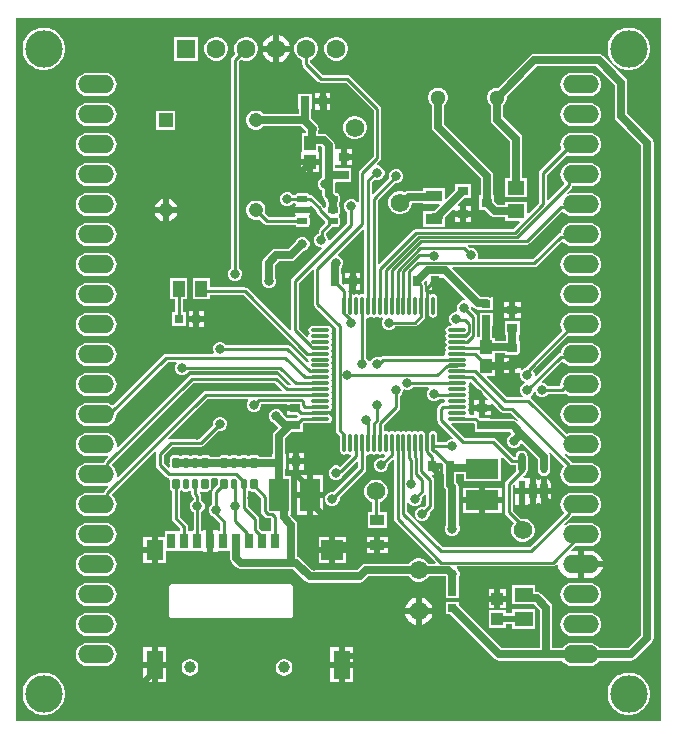
<source format=gtl>
G04*
G04 #@! TF.GenerationSoftware,Altium Limited,Altium Designer,23.2.1 (34)*
G04*
G04 Layer_Physical_Order=1*
G04 Layer_Color=255*
%FSLAX25Y25*%
%MOIN*%
G70*
G04*
G04 #@! TF.SameCoordinates,B2F2E879-4ADF-417A-83DA-379EB80E5566*
G04*
G04*
G04 #@! TF.FilePolarity,Positive*
G04*
G01*
G75*
%ADD17C,0.01000*%
%ADD18R,0.04134X0.05512*%
%ADD19R,0.07300X0.06500*%
%ADD20R,0.05700X0.09600*%
%ADD21R,0.05700X0.06500*%
%ADD22R,0.02756X0.05118*%
%ADD23R,0.03985X0.04560*%
%ADD24R,0.03543X0.03150*%
G04:AMPARAMS|DCode=25|XSize=35.43mil|YSize=24.02mil|CornerRadius=6mil|HoleSize=0mil|Usage=FLASHONLY|Rotation=90.000|XOffset=0mil|YOffset=0mil|HoleType=Round|Shape=RoundedRectangle|*
%AMROUNDEDRECTD25*
21,1,0.03543,0.01201,0,0,90.0*
21,1,0.02343,0.02402,0,0,90.0*
1,1,0.01201,0.00600,0.01171*
1,1,0.01201,0.00600,-0.01171*
1,1,0.01201,-0.00600,-0.01171*
1,1,0.01201,-0.00600,0.01171*
%
%ADD25ROUNDEDRECTD25*%
G04:AMPARAMS|DCode=26|XSize=35.43mil|YSize=20.87mil|CornerRadius=5.22mil|HoleSize=0mil|Usage=FLASHONLY|Rotation=90.000|XOffset=0mil|YOffset=0mil|HoleType=Round|Shape=RoundedRectangle|*
%AMROUNDEDRECTD26*
21,1,0.03543,0.01043,0,0,90.0*
21,1,0.02500,0.02087,0,0,90.0*
1,1,0.01043,0.00522,0.01250*
1,1,0.01043,0.00522,-0.01250*
1,1,0.01043,-0.00522,-0.01250*
1,1,0.01043,-0.00522,0.01250*
%
%ADD26ROUNDEDRECTD26*%
G04:AMPARAMS|DCode=27|XSize=21.65mil|YSize=31.5mil|CornerRadius=1.95mil|HoleSize=0mil|Usage=FLASHONLY|Rotation=90.000|XOffset=0mil|YOffset=0mil|HoleType=Round|Shape=RoundedRectangle|*
%AMROUNDEDRECTD27*
21,1,0.02165,0.02760,0,0,90.0*
21,1,0.01776,0.03150,0,0,90.0*
1,1,0.00390,0.01380,0.00888*
1,1,0.00390,0.01380,-0.00888*
1,1,0.00390,-0.01380,-0.00888*
1,1,0.00390,-0.01380,0.00888*
%
%ADD27ROUNDEDRECTD27*%
%ADD28R,0.03150X0.03543*%
%ADD29R,0.03150X0.03150*%
%ADD30R,0.03937X0.04331*%
%ADD31R,0.06102X0.04921*%
%ADD32R,0.05709X0.03740*%
%ADD33R,0.02756X0.02559*%
%ADD34R,0.02410X0.06911*%
G04:AMPARAMS|DCode=35|XSize=69.11mil|YSize=24.1mil|CornerRadius=12.05mil|HoleSize=0mil|Usage=FLASHONLY|Rotation=90.000|XOffset=0mil|YOffset=0mil|HoleType=Round|Shape=RoundedRectangle|*
%AMROUNDEDRECTD35*
21,1,0.06911,0.00000,0,0,90.0*
21,1,0.04501,0.02410,0,0,90.0*
1,1,0.02410,0.00000,0.02251*
1,1,0.02410,0.00000,-0.02251*
1,1,0.02410,0.00000,-0.02251*
1,1,0.02410,0.00000,0.02251*
%
%ADD35ROUNDEDRECTD35*%
%ADD36R,0.04724X0.03543*%
%ADD37O,0.01181X0.06299*%
%ADD38O,0.06299X0.01181*%
%ADD39R,0.06506X0.11040*%
%ADD40R,0.05709X0.04724*%
%ADD41R,0.11040X0.06506*%
%ADD57C,0.06181*%
%ADD67C,0.02500*%
%ADD68C,0.02000*%
%ADD69C,0.03937*%
%ADD70C,0.05039*%
%ADD71O,0.12000X0.06000*%
%ADD72R,0.04756X0.04756*%
%ADD73C,0.04756*%
%ADD74C,0.06299*%
%ADD75R,0.06299X0.06299*%
%ADD76C,0.12500*%
%ADD77C,0.03150*%
G36*
X215732Y803D02*
X803D01*
Y235417D01*
X215732D01*
Y803D01*
D02*
G37*
%LPC*%
G36*
X88500Y229546D02*
Y226000D01*
X92046D01*
X91833Y226795D01*
X91221Y227855D01*
X90355Y228721D01*
X89295Y229333D01*
X88500Y229546D01*
D02*
G37*
G36*
X86500D02*
X85705Y229333D01*
X84645Y228721D01*
X83779Y227855D01*
X83167Y226795D01*
X82954Y226000D01*
X86500D01*
Y229546D01*
D02*
G37*
G36*
X108018Y228937D02*
X106982D01*
X105980Y228669D01*
X105083Y228150D01*
X104350Y227417D01*
X103831Y226520D01*
X103563Y225518D01*
Y224482D01*
X103831Y223480D01*
X104350Y222583D01*
X105083Y221850D01*
X105980Y221331D01*
X106982Y221063D01*
X108018D01*
X109020Y221331D01*
X109917Y221850D01*
X110650Y222583D01*
X111169Y223480D01*
X111437Y224482D01*
Y225518D01*
X111169Y226520D01*
X110650Y227417D01*
X109917Y228150D01*
X109020Y228669D01*
X108018Y228937D01*
D02*
G37*
G36*
X78018D02*
X76982D01*
X75980Y228669D01*
X75083Y228150D01*
X74350Y227417D01*
X73831Y226520D01*
X73563Y225518D01*
Y224482D01*
X73831Y223480D01*
X73939Y223295D01*
X72822Y222178D01*
X72537Y221752D01*
X72437Y221250D01*
Y152013D01*
X72412Y152003D01*
X71747Y151338D01*
X71388Y150470D01*
Y149530D01*
X71747Y148662D01*
X72412Y147997D01*
X73280Y147638D01*
X74220D01*
X75088Y147997D01*
X75753Y148662D01*
X76112Y149530D01*
Y150470D01*
X75753Y151338D01*
X75088Y152003D01*
X75063Y152013D01*
Y220706D01*
X75795Y221439D01*
X75980Y221331D01*
X76982Y221063D01*
X78018D01*
X79020Y221331D01*
X79917Y221850D01*
X80650Y222583D01*
X81169Y223480D01*
X81437Y224482D01*
Y225518D01*
X81169Y226520D01*
X80650Y227417D01*
X79917Y228150D01*
X79020Y228669D01*
X78018Y228937D01*
D02*
G37*
G36*
X68018D02*
X66982D01*
X65980Y228669D01*
X65083Y228150D01*
X64350Y227417D01*
X63831Y226520D01*
X63563Y225518D01*
Y224482D01*
X63831Y223480D01*
X64350Y222583D01*
X65083Y221850D01*
X65980Y221331D01*
X66982Y221063D01*
X68018D01*
X69020Y221331D01*
X69917Y221850D01*
X70650Y222583D01*
X71169Y223480D01*
X71437Y224482D01*
Y225518D01*
X71169Y226520D01*
X70650Y227417D01*
X69917Y228150D01*
X69020Y228669D01*
X68018Y228937D01*
D02*
G37*
G36*
X61437D02*
X53563D01*
Y221063D01*
X61437D01*
Y228937D01*
D02*
G37*
G36*
X92046Y224000D02*
X88500D01*
Y220454D01*
X89295Y220667D01*
X90355Y221279D01*
X91221Y222145D01*
X91833Y223205D01*
X92046Y224000D01*
D02*
G37*
G36*
X86500D02*
X82954D01*
X83167Y223205D01*
X83779Y222145D01*
X84645Y221279D01*
X85705Y220667D01*
X86500Y220454D01*
Y224000D01*
D02*
G37*
G36*
X205616Y232053D02*
X204384D01*
X204307Y232037D01*
X204228D01*
X203020Y231797D01*
X202947Y231767D01*
X202870Y231751D01*
X201732Y231280D01*
X201666Y231237D01*
X201593Y231206D01*
X200570Y230522D01*
X200514Y230466D01*
X200448Y230422D01*
X199578Y229552D01*
X199534Y229486D01*
X199478Y229430D01*
X198794Y228407D01*
X198764Y228333D01*
X198720Y228268D01*
X198249Y227130D01*
X198233Y227053D01*
X198203Y226980D01*
X197963Y225772D01*
Y225693D01*
X197947Y225616D01*
Y224384D01*
X197963Y224307D01*
Y224228D01*
X198203Y223020D01*
X198233Y222947D01*
X198249Y222870D01*
X198720Y221732D01*
X198764Y221667D01*
X198794Y221593D01*
X199478Y220570D01*
X199534Y220514D01*
X199578Y220448D01*
X200448Y219578D01*
X200514Y219534D01*
X200570Y219478D01*
X201593Y218794D01*
X201666Y218763D01*
X201732Y218720D01*
X202870Y218249D01*
X202947Y218233D01*
X203020Y218203D01*
X204228Y217963D01*
X204307D01*
X204384Y217947D01*
X205616D01*
X205693Y217963D01*
X205772D01*
X206980Y218203D01*
X207053Y218233D01*
X207130Y218249D01*
X208268Y218720D01*
X208333Y218763D01*
X208406Y218794D01*
X209430Y219478D01*
X209486Y219534D01*
X209552Y219578D01*
X210422Y220448D01*
X210466Y220514D01*
X210522Y220570D01*
X211206Y221593D01*
X211237Y221667D01*
X211280Y221732D01*
X211752Y222870D01*
X211767Y222947D01*
X211797Y223020D01*
X212037Y224228D01*
Y224307D01*
X212053Y224384D01*
Y225616D01*
X212037Y225693D01*
Y225772D01*
X211797Y226980D01*
X211767Y227053D01*
X211752Y227130D01*
X211280Y228268D01*
X211237Y228333D01*
X211206Y228407D01*
X210522Y229430D01*
X210466Y229486D01*
X210422Y229552D01*
X209552Y230422D01*
X209486Y230466D01*
X209430Y230522D01*
X208406Y231206D01*
X208333Y231237D01*
X208268Y231280D01*
X207130Y231751D01*
X207053Y231767D01*
X206980Y231797D01*
X205772Y232037D01*
X205693D01*
X205616Y232053D01*
D02*
G37*
G36*
X10616D02*
X9384D01*
X9307Y232037D01*
X9228D01*
X8020Y231797D01*
X7947Y231767D01*
X7870Y231751D01*
X6732Y231280D01*
X6667Y231237D01*
X6594Y231206D01*
X5570Y230522D01*
X5514Y230466D01*
X5448Y230422D01*
X4578Y229552D01*
X4534Y229486D01*
X4478Y229430D01*
X3794Y228407D01*
X3763Y228333D01*
X3720Y228268D01*
X3249Y227130D01*
X3233Y227053D01*
X3203Y226980D01*
X2963Y225772D01*
Y225693D01*
X2947Y225616D01*
X2947Y225000D01*
Y224384D01*
X2963Y224307D01*
Y224228D01*
X3203Y223020D01*
X3233Y222947D01*
X3249Y222870D01*
X3720Y221732D01*
X3763Y221667D01*
X3794Y221593D01*
X4478Y220570D01*
X4534Y220514D01*
X4578Y220448D01*
X5448Y219578D01*
X5514Y219534D01*
X5570Y219478D01*
X6594Y218794D01*
X6667Y218763D01*
X6732Y218720D01*
X7870Y218249D01*
X7947Y218233D01*
X8020Y218203D01*
X9228Y217963D01*
X9307D01*
X9384Y217947D01*
X10616D01*
X10693Y217963D01*
X10772D01*
X11980Y218203D01*
X12053Y218233D01*
X12130Y218249D01*
X13268Y218720D01*
X13333Y218763D01*
X13407Y218794D01*
X14430Y219478D01*
X14486Y219534D01*
X14552Y219578D01*
X15422Y220448D01*
X15466Y220514D01*
X15522Y220570D01*
X16206Y221593D01*
X16236Y221667D01*
X16280Y221732D01*
X16751Y222870D01*
X16767Y222947D01*
X16797Y223020D01*
X17037Y224228D01*
Y224307D01*
X17053Y224384D01*
Y225616D01*
X17037Y225693D01*
Y225772D01*
X16797Y226980D01*
X16767Y227053D01*
X16751Y227130D01*
X16280Y228268D01*
X16237Y228333D01*
X16206Y228407D01*
X15522Y229430D01*
X15466Y229486D01*
X15422Y229552D01*
X14552Y230422D01*
X14486Y230466D01*
X14430Y230522D01*
X13407Y231206D01*
X13333Y231237D01*
X13268Y231280D01*
X12130Y231751D01*
X12053Y231767D01*
X11980Y231797D01*
X10772Y232037D01*
X10693D01*
X10616Y232053D01*
D02*
G37*
G36*
X191976Y216930D02*
X185976D01*
X184987Y216800D01*
X184066Y216418D01*
X183275Y215811D01*
X182668Y215020D01*
X182286Y214099D01*
X182156Y213110D01*
X182286Y212121D01*
X182668Y211200D01*
X183275Y210409D01*
X184066Y209802D01*
X184987Y209420D01*
X185976Y209290D01*
X191976D01*
X192965Y209420D01*
X193886Y209802D01*
X194677Y210409D01*
X195284Y211200D01*
X195666Y212121D01*
X195796Y213110D01*
X195666Y214099D01*
X195284Y215020D01*
X194677Y215811D01*
X193886Y216418D01*
X192965Y216800D01*
X191976Y216930D01*
D02*
G37*
G36*
X30559D02*
X24559D01*
X23570Y216800D01*
X22649Y216418D01*
X21858Y215811D01*
X21251Y215020D01*
X20869Y214099D01*
X20739Y213110D01*
X20869Y212121D01*
X21251Y211200D01*
X21858Y210409D01*
X22649Y209802D01*
X23570Y209420D01*
X24559Y209290D01*
X30559D01*
X31548Y209420D01*
X32469Y209802D01*
X33260Y210409D01*
X33867Y211200D01*
X34249Y212121D01*
X34379Y213110D01*
X34249Y214099D01*
X33867Y215020D01*
X33260Y215811D01*
X32469Y216418D01*
X31548Y216800D01*
X30559Y216930D01*
D02*
G37*
G36*
X105528Y210272D02*
X103953D01*
Y208500D01*
X105528D01*
Y210272D01*
D02*
G37*
G36*
X101953D02*
X100378D01*
Y208500D01*
X101953D01*
Y210272D01*
D02*
G37*
G36*
X105528Y206500D02*
X103953D01*
Y204728D01*
X105528D01*
Y206500D01*
D02*
G37*
G36*
X101953D02*
X100378D01*
Y204728D01*
X101953D01*
Y206500D01*
D02*
G37*
G36*
X191976Y206930D02*
X185976D01*
X184987Y206800D01*
X184066Y206418D01*
X183275Y205811D01*
X182668Y205020D01*
X182286Y204099D01*
X182156Y203110D01*
X182286Y202121D01*
X182668Y201200D01*
X183275Y200409D01*
X184066Y199802D01*
X184987Y199420D01*
X185976Y199290D01*
X191976D01*
X192965Y199420D01*
X193886Y199802D01*
X194677Y200409D01*
X195284Y201200D01*
X195666Y202121D01*
X195796Y203110D01*
X195666Y204099D01*
X195284Y205020D01*
X194677Y205811D01*
X193886Y206418D01*
X192965Y206800D01*
X191976Y206930D01*
D02*
G37*
G36*
X30559D02*
X24559D01*
X23570Y206800D01*
X22649Y206418D01*
X21858Y205811D01*
X21251Y205020D01*
X20869Y204099D01*
X20739Y203110D01*
X20869Y202121D01*
X21251Y201200D01*
X21858Y200409D01*
X22649Y199802D01*
X23570Y199420D01*
X24559Y199290D01*
X30559D01*
X31548Y199420D01*
X32469Y199802D01*
X33260Y200409D01*
X33867Y201200D01*
X34249Y202121D01*
X34379Y203110D01*
X34249Y204099D01*
X33867Y205020D01*
X33260Y205811D01*
X32469Y206418D01*
X31548Y206800D01*
X30559Y206930D01*
D02*
G37*
G36*
X53913Y204415D02*
X47582D01*
Y198085D01*
X53913D01*
Y204415D01*
D02*
G37*
G36*
X114260Y202628D02*
X113240D01*
X112253Y202364D01*
X111369Y201853D01*
X110647Y201131D01*
X110136Y200247D01*
X109872Y199260D01*
Y198240D01*
X110136Y197253D01*
X110647Y196369D01*
X111369Y195647D01*
X112253Y195136D01*
X113240Y194872D01*
X114260D01*
X115247Y195136D01*
X116131Y195647D01*
X116853Y196369D01*
X117364Y197253D01*
X117628Y198240D01*
Y199260D01*
X117364Y200247D01*
X116853Y201131D01*
X116131Y201853D01*
X115247Y202364D01*
X114260Y202628D01*
D02*
G37*
G36*
X111000Y191460D02*
Y189885D01*
X112772D01*
Y191460D01*
X111000D01*
D02*
G37*
G36*
X30559Y196930D02*
X24559D01*
X23570Y196800D01*
X22649Y196418D01*
X21858Y195811D01*
X21251Y195020D01*
X20869Y194099D01*
X20739Y193110D01*
X20869Y192121D01*
X21251Y191200D01*
X21858Y190409D01*
X22649Y189802D01*
X23570Y189420D01*
X24559Y189290D01*
X30559D01*
X31548Y189420D01*
X32469Y189802D01*
X33260Y190409D01*
X33867Y191200D01*
X34249Y192121D01*
X34379Y193110D01*
X34249Y194099D01*
X33867Y195020D01*
X33260Y195811D01*
X32469Y196418D01*
X31548Y196800D01*
X30559Y196930D01*
D02*
G37*
G36*
X112772Y187885D02*
X111000D01*
Y186310D01*
X112772D01*
Y187885D01*
D02*
G37*
G36*
X101742Y186238D02*
X99750D01*
Y183958D01*
X101742D01*
Y186238D01*
D02*
G37*
G36*
X97750D02*
X95758D01*
Y183958D01*
X97750D01*
Y186238D01*
D02*
G37*
G36*
X30559Y186930D02*
X24559D01*
X23570Y186800D01*
X22649Y186418D01*
X21858Y185811D01*
X21251Y185020D01*
X20869Y184099D01*
X20739Y183110D01*
X20869Y182121D01*
X21251Y181200D01*
X21858Y180409D01*
X22649Y179802D01*
X23570Y179420D01*
X24559Y179290D01*
X30559D01*
X31548Y179420D01*
X32469Y179802D01*
X33260Y180409D01*
X33867Y181200D01*
X34249Y182121D01*
X34379Y183110D01*
X34249Y184099D01*
X33867Y185020D01*
X33260Y185811D01*
X32469Y186418D01*
X31548Y186800D01*
X30559Y186930D01*
D02*
G37*
G36*
X152372Y179852D02*
X147254D01*
Y178066D01*
X144104Y174916D01*
X143642Y175107D01*
Y178691D01*
X136358D01*
Y177717D01*
X131636D01*
X130841Y177559D01*
X130409Y177270D01*
X130247Y177364D01*
X129261Y177628D01*
X128240D01*
X127253Y177364D01*
X126369Y176853D01*
X125647Y176131D01*
X125136Y175247D01*
X124872Y174260D01*
Y173240D01*
X125136Y172253D01*
X125647Y171369D01*
X126369Y170647D01*
X127253Y170136D01*
X128240Y169872D01*
X129261D01*
X130247Y170136D01*
X131131Y170647D01*
X131853Y171369D01*
X132364Y172253D01*
X132628Y173240D01*
Y173562D01*
X136358D01*
Y173376D01*
X141911D01*
X142102Y172914D01*
X140202Y171014D01*
X136358D01*
Y165699D01*
X143642D01*
Y168578D01*
X146579Y171516D01*
X147041Y171324D01*
Y171010D01*
X148813D01*
Y172585D01*
X148302D01*
X148110Y173047D01*
X150192Y175128D01*
X152372D01*
Y179852D01*
D02*
G37*
G36*
X98018Y228937D02*
X96982D01*
X95980Y228669D01*
X95083Y228150D01*
X94350Y227417D01*
X93831Y226520D01*
X93563Y225518D01*
Y224482D01*
X93831Y223480D01*
X94350Y222583D01*
X95083Y221850D01*
X95980Y221331D01*
X96187Y221276D01*
Y220000D01*
X96287Y219498D01*
X96572Y219072D01*
X101572Y214072D01*
X101998Y213787D01*
X102500Y213687D01*
X110706D01*
X119937Y204456D01*
Y189294D01*
X115322Y184678D01*
X115037Y184252D01*
X114937Y183750D01*
Y174057D01*
X114745Y173960D01*
X114437Y173903D01*
X113838Y174503D01*
X112970Y174862D01*
X112030D01*
X111162Y174503D01*
X110497Y173838D01*
X110138Y172970D01*
Y172030D01*
X110497Y171162D01*
X111162Y170497D01*
X111187Y170487D01*
Y166852D01*
X105362Y161027D01*
X104862Y161234D01*
Y161720D01*
X104503Y162588D01*
X104224Y162867D01*
Y163608D01*
X106123Y165507D01*
X106199Y165621D01*
X107650D01*
X108033Y165697D01*
X108358Y165914D01*
X108575Y166239D01*
X108651Y166622D01*
Y168398D01*
X108575Y168781D01*
X108358Y169106D01*
Y169654D01*
X108575Y169979D01*
X108651Y170362D01*
Y172138D01*
X108575Y172521D01*
X108358Y172846D01*
X108347Y172853D01*
Y173387D01*
X108358Y173394D01*
X108575Y173719D01*
X108651Y174102D01*
Y175878D01*
X108575Y176261D01*
X108358Y176586D01*
X108033Y176803D01*
X107650Y176880D01*
X107318D01*
X107077Y177120D01*
Y180288D01*
X107441Y180617D01*
X112559D01*
Y185342D01*
X107441D01*
X107077Y185671D01*
Y185873D01*
X107228Y186310D01*
X107577Y186310D01*
X109000D01*
Y188885D01*
Y191460D01*
X107228D01*
X107077Y191897D01*
Y192953D01*
X106919Y193748D01*
X106469Y194422D01*
X104820Y196070D01*
X104146Y196521D01*
X103351Y196679D01*
X101570D01*
Y197803D01*
X101679Y198351D01*
X101521Y199146D01*
X101070Y199820D01*
X99125Y201766D01*
Y204941D01*
X99409D01*
Y210059D01*
X94685D01*
Y204941D01*
X94970D01*
Y203327D01*
X83147D01*
X82691Y203783D01*
X81969Y204200D01*
X81164Y204415D01*
X80331D01*
X79526Y204200D01*
X78804Y203783D01*
X78215Y203194D01*
X77798Y202472D01*
X77582Y201667D01*
Y200833D01*
X77798Y200028D01*
X78215Y199306D01*
X78804Y198717D01*
X79526Y198300D01*
X80331Y198085D01*
X81164D01*
X81969Y198300D01*
X82691Y198717D01*
X83147Y199173D01*
X95842D01*
X97415Y197600D01*
Y196817D01*
X95970D01*
Y190930D01*
X95758Y190518D01*
X95758Y190271D01*
Y188238D01*
X98750D01*
X101742D01*
Y190518D01*
X101530Y190930D01*
Y192524D01*
X102491D01*
X102923Y192092D01*
Y182214D01*
X102412Y182003D01*
X101747Y181338D01*
X101388Y180470D01*
Y179530D01*
X101747Y178662D01*
X102412Y177997D01*
X102923Y177786D01*
Y176260D01*
X103081Y175465D01*
X103531Y174791D01*
X103888Y174434D01*
Y174102D01*
X103964Y173719D01*
X104182Y173394D01*
X104192Y173387D01*
Y172853D01*
X104182Y172846D01*
X103964Y172521D01*
X103929Y172341D01*
X103505Y172092D01*
X103388Y172078D01*
X103228Y172173D01*
X103205Y172290D01*
X102920Y172716D01*
X99717Y175918D01*
X99292Y176203D01*
X98789Y176303D01*
X98508D01*
X98318Y176586D01*
X97993Y176803D01*
X97610Y176880D01*
X94850D01*
X94467Y176803D01*
X94142Y176586D01*
X93956Y176308D01*
X93265D01*
X93253Y176338D01*
X92588Y177003D01*
X91720Y177362D01*
X90780D01*
X89912Y177003D01*
X89247Y176338D01*
X88888Y175470D01*
Y174530D01*
X89247Y173662D01*
X89912Y172997D01*
X90780Y172638D01*
X91720D01*
X92588Y172997D01*
X93100Y173509D01*
X93642Y173513D01*
X93720Y173483D01*
X93992Y173200D01*
X93989Y172999D01*
X93725Y172604D01*
X93654Y172250D01*
X96230D01*
X98806D01*
X98766Y172450D01*
X99227Y172696D01*
X100692Y171231D01*
X100779Y170793D01*
X101064Y170367D01*
X103888Y167543D01*
Y166985D01*
X101983Y165080D01*
X101699Y164654D01*
X101599Y164152D01*
Y163434D01*
X101162Y163253D01*
X100497Y162588D01*
X100138Y161720D01*
Y160780D01*
X100497Y159912D01*
X101162Y159247D01*
X102030Y158888D01*
X102516D01*
X102723Y158388D01*
X92822Y148487D01*
X92537Y148061D01*
X92437Y147559D01*
Y131376D01*
X91937Y131169D01*
X77969Y145137D01*
X77543Y145422D01*
X77041Y145522D01*
X65345D01*
Y148543D01*
X59636D01*
Y141457D01*
X65345D01*
Y142897D01*
X76497D01*
X96946Y122448D01*
X97372Y122163D01*
X97837Y122071D01*
X97885Y122048D01*
X98232Y121563D01*
X98201Y121407D01*
X98308Y120870D01*
X98369Y120779D01*
X98256Y120535D01*
X97668Y120438D01*
X92178Y125928D01*
X91752Y126213D01*
X91250Y126313D01*
X70763D01*
X70753Y126338D01*
X70088Y127003D01*
X69220Y127362D01*
X68280D01*
X67412Y127003D01*
X66747Y126338D01*
X66388Y125470D01*
Y124530D01*
X66674Y123839D01*
X66417Y123339D01*
X50776D01*
X50274Y123239D01*
X49848Y122954D01*
X32946Y106052D01*
X32469Y106418D01*
X31548Y106800D01*
X30559Y106930D01*
X24559D01*
X23570Y106800D01*
X22649Y106418D01*
X21858Y105811D01*
X21251Y105020D01*
X20869Y104099D01*
X20739Y103110D01*
X20869Y102121D01*
X21251Y101200D01*
X21858Y100409D01*
X22649Y99802D01*
X23570Y99420D01*
X24559Y99290D01*
X30559D01*
X31548Y99420D01*
X32469Y99802D01*
X33260Y100409D01*
X33867Y101200D01*
X34249Y102121D01*
X34379Y103110D01*
X34302Y103696D01*
X51320Y120713D01*
X54219D01*
X54411Y120251D01*
X54247Y120088D01*
X53888Y119220D01*
Y118280D01*
X54247Y117412D01*
X54912Y116747D01*
X55780Y116388D01*
X56720D01*
X57588Y116747D01*
X58253Y117412D01*
X58263Y117437D01*
X88206D01*
X92304Y113339D01*
X92113Y112878D01*
X91479D01*
X88428Y115928D01*
X88002Y116213D01*
X87500Y116313D01*
X59449D01*
X58947Y116213D01*
X58521Y115928D01*
X34759Y92167D01*
X34286Y92400D01*
X34379Y93110D01*
X34249Y94099D01*
X33867Y95020D01*
X33260Y95811D01*
X32469Y96418D01*
X31548Y96800D01*
X30559Y96930D01*
X24559D01*
X23570Y96800D01*
X22649Y96418D01*
X21858Y95811D01*
X21251Y95020D01*
X20869Y94099D01*
X20739Y93110D01*
X20869Y92121D01*
X21251Y91200D01*
X21858Y90409D01*
X22649Y89802D01*
X23570Y89420D01*
X24559Y89290D01*
X30559D01*
X31269Y89383D01*
X31503Y88910D01*
X30313Y87720D01*
X30028Y87294D01*
X29956Y86930D01*
X24559D01*
X23570Y86800D01*
X22649Y86418D01*
X21858Y85811D01*
X21251Y85020D01*
X20869Y84099D01*
X20739Y83110D01*
X20869Y82121D01*
X21251Y81200D01*
X21858Y80409D01*
X22649Y79802D01*
X23570Y79420D01*
X24559Y79290D01*
X30559D01*
X31269Y79383D01*
X31503Y78910D01*
X30313Y77720D01*
X30028Y77294D01*
X29956Y76930D01*
X24559D01*
X23570Y76800D01*
X22649Y76418D01*
X21858Y75811D01*
X21251Y75020D01*
X20869Y74099D01*
X20739Y73110D01*
X20869Y72121D01*
X21251Y71200D01*
X21858Y70409D01*
X22649Y69802D01*
X23570Y69420D01*
X24559Y69290D01*
X30559D01*
X31548Y69420D01*
X32469Y69802D01*
X33260Y70409D01*
X33867Y71200D01*
X34249Y72121D01*
X34379Y73110D01*
X34249Y74099D01*
X33867Y75020D01*
X33260Y75811D01*
X32914Y76077D01*
X32881Y76576D01*
X47194Y90889D01*
X47583Y90570D01*
X47537Y90502D01*
X47437Y90000D01*
Y86250D01*
X47537Y85748D01*
X47822Y85322D01*
X50845Y82299D01*
X51270Y82015D01*
X51652Y81939D01*
X51681Y81924D01*
X51897Y81664D01*
X52019Y81415D01*
X51971Y81171D01*
Y78829D01*
X52079Y78287D01*
X52385Y77828D01*
X52674Y77636D01*
Y68514D01*
X52773Y68011D01*
X53058Y67586D01*
X55548Y65096D01*
Y64561D01*
X55253Y64267D01*
X54754Y64267D01*
X54254Y64267D01*
X50423D01*
Y62124D01*
X48004D01*
Y57874D01*
X47004D01*
D01*
X48004D01*
Y53624D01*
X50854D01*
Y57574D01*
X54254D01*
X54754Y57574D01*
X55254Y57574D01*
X58585D01*
X59085Y57574D01*
Y57574D01*
X59085D01*
Y57574D01*
X63203D01*
Y57361D01*
X64581D01*
Y60921D01*
Y64480D01*
X63203D01*
Y64267D01*
X62563D01*
Y70487D01*
X62588Y70497D01*
X63253Y71162D01*
X63612Y72030D01*
Y72970D01*
X63253Y73838D01*
X62588Y74503D01*
X62563Y74513D01*
Y75973D01*
X62463Y76475D01*
X62178Y76901D01*
X62023Y77057D01*
X62057Y77267D01*
X62140Y77359D01*
X62605Y77524D01*
X62608Y77522D01*
X63150Y77414D01*
X64350D01*
X64892Y77522D01*
X65351Y77828D01*
X65658Y78287D01*
X65765Y78829D01*
Y81171D01*
X65717Y81415D01*
X66078Y81915D01*
X67904D01*
X68265Y81415D01*
X68217Y81171D01*
Y79841D01*
X66572Y78196D01*
X66287Y77770D01*
X66187Y77268D01*
Y73263D01*
X66162Y73253D01*
X65497Y72588D01*
X65138Y71720D01*
Y70780D01*
X65497Y69912D01*
X66162Y69247D01*
X66755Y69002D01*
X66983Y68661D01*
X68643Y67001D01*
Y64267D01*
X67959D01*
Y64480D01*
X66581D01*
Y60921D01*
Y57361D01*
X67959D01*
Y57574D01*
X72165D01*
Y55215D01*
X72323Y54419D01*
X72773Y53746D01*
X74238Y52281D01*
X74238Y52281D01*
X74912Y51831D01*
X75707Y51673D01*
X93187D01*
X97154Y47706D01*
X97828Y47256D01*
X98623Y47098D01*
X98623Y47098D01*
X115276D01*
X116071Y47256D01*
X116745Y47706D01*
X118211Y49173D01*
X131721D01*
X131897Y48869D01*
X132619Y48147D01*
X133503Y47636D01*
X134490Y47372D01*
X135511D01*
X136497Y47636D01*
X137381Y48147D01*
X138103Y48869D01*
X138278Y49173D01*
X143964D01*
X144087Y49050D01*
X144173Y48842D01*
Y45974D01*
X144085D01*
Y41841D01*
X146198D01*
X146250Y41830D01*
X146302Y41841D01*
X148415D01*
Y45974D01*
X148327D01*
Y48842D01*
X148612Y49530D01*
Y50470D01*
X148253Y51338D01*
X147653Y51937D01*
X147710Y52245D01*
X147807Y52437D01*
X179616D01*
X180118Y52537D01*
X180544Y52822D01*
X181005Y53283D01*
X181449Y53020D01*
X181592Y51935D01*
X182045Y50841D01*
X182767Y49901D01*
X183707Y49179D01*
X184801Y48726D01*
X185976Y48571D01*
X187976D01*
Y53110D01*
Y57649D01*
X186078D01*
X185797Y58075D01*
X187012Y59290D01*
X191976D01*
X192965Y59420D01*
X193886Y59802D01*
X194677Y60409D01*
X195284Y61200D01*
X195666Y62121D01*
X195796Y63110D01*
X195666Y64099D01*
X195284Y65020D01*
X194677Y65811D01*
X193886Y66418D01*
X192965Y66800D01*
X191976Y66930D01*
X185976D01*
X184987Y66800D01*
X184066Y66418D01*
X183704Y66141D01*
X183373Y66517D01*
X185948Y69091D01*
X186080Y69290D01*
X191976D01*
X192965Y69420D01*
X193886Y69802D01*
X194677Y70409D01*
X195284Y71200D01*
X195666Y72121D01*
X195796Y73110D01*
X195666Y74099D01*
X195284Y75020D01*
X194677Y75811D01*
X193886Y76418D01*
X192965Y76800D01*
X191976Y76930D01*
X185976D01*
X184987Y76800D01*
X184066Y76418D01*
X183275Y75811D01*
X182668Y75020D01*
X182286Y74099D01*
X182156Y73110D01*
X182286Y72121D01*
X182668Y71200D01*
X183275Y70409D01*
X183292Y70148D01*
X171956Y58813D01*
X143044D01*
X131234Y70622D01*
Y73595D01*
X131734Y73695D01*
X131747Y73662D01*
X132412Y72997D01*
X133280Y72638D01*
X134220D01*
X135088Y72997D01*
X135753Y73662D01*
X136112Y74530D01*
Y75470D01*
X136085Y75535D01*
X136937Y76387D01*
X137437Y76179D01*
Y73044D01*
X136745Y72352D01*
X136720Y72362D01*
X135780D01*
X134912Y72003D01*
X134247Y71338D01*
X133888Y70470D01*
Y69530D01*
X134247Y68662D01*
X134912Y67997D01*
X135780Y67638D01*
X136720D01*
X137588Y67997D01*
X138253Y68662D01*
X138612Y69530D01*
Y70470D01*
X138602Y70495D01*
X139678Y71572D01*
X139963Y71998D01*
X140063Y72500D01*
Y81250D01*
X139963Y81752D01*
X139678Y82178D01*
X139321Y82535D01*
X139513Y82997D01*
X142122D01*
Y84769D01*
X139547D01*
Y86769D01*
X142122D01*
Y86787D01*
X142584Y86978D01*
X143091Y86471D01*
Y83210D01*
X143375D01*
Y79723D01*
X143534Y78928D01*
X143984Y78254D01*
X144173Y78065D01*
Y66158D01*
X143888Y65470D01*
Y64530D01*
X144247Y63662D01*
X144912Y62997D01*
X145780Y62638D01*
X146720D01*
X147588Y62997D01*
X148253Y63662D01*
X148612Y64530D01*
Y65470D01*
X148327Y66158D01*
Y78926D01*
X148327Y78926D01*
X148169Y79721D01*
X147719Y80395D01*
X147530Y80584D01*
Y83210D01*
X147815D01*
Y83246D01*
X149943D01*
Y80837D01*
X162557D01*
X162557Y88538D01*
Y88554D01*
D01*
X162557Y88629D01*
X162686Y88682D01*
X163057Y88836D01*
X165322Y86572D01*
X165748Y86287D01*
X166250Y86187D01*
X167288D01*
Y84553D01*
X167356Y84212D01*
X164072Y80928D01*
X163787Y80502D01*
X163687Y80000D01*
Y70547D01*
X163787Y70044D01*
X164072Y69619D01*
X166691Y67000D01*
X166629Y66938D01*
X166118Y66053D01*
X165854Y65067D01*
Y64046D01*
X166118Y63060D01*
X166629Y62176D01*
X167350Y61453D01*
X168235Y60943D01*
X169221Y60679D01*
X170242D01*
X171228Y60943D01*
X172113Y61453D01*
X172835Y62176D01*
X173345Y63060D01*
X173610Y64046D01*
Y65067D01*
X173345Y66053D01*
X172835Y66938D01*
X172113Y67660D01*
X171228Y68170D01*
X170242Y68435D01*
X169221D01*
X169022Y68381D01*
X166313Y71091D01*
Y79456D01*
X166653Y79797D01*
X167115Y79605D01*
Y78549D01*
X169320D01*
Y77549D01*
X170320D01*
Y73093D01*
X171525D01*
Y73142D01*
X171966Y73377D01*
X172060Y73314D01*
Y77549D01*
Y81783D01*
X171966Y81720D01*
X171525Y81956D01*
Y82004D01*
X170040D01*
X169741Y82504D01*
X169801Y82617D01*
X170097Y82676D01*
X170756Y83117D01*
X171197Y83776D01*
X171351Y84553D01*
Y89054D01*
X171197Y89832D01*
X170756Y90491D01*
X170097Y90931D01*
X169320Y91086D01*
X168543Y90931D01*
X167884Y90491D01*
X167443Y89832D01*
X167288Y89054D01*
Y88825D01*
X166788Y88818D01*
X160745Y94862D01*
X160319Y95146D01*
X159816Y95246D01*
X150360D01*
X145751Y99856D01*
X145942Y100318D01*
X150394D01*
X150858Y100410D01*
X153276D01*
X153691Y99995D01*
Y97127D01*
X158809D01*
Y97412D01*
X165415D01*
X165895Y96931D01*
X165762Y96358D01*
X165344Y96185D01*
X164680Y95520D01*
X164320Y94652D01*
Y93712D01*
X164680Y92844D01*
X165344Y92180D01*
X166212Y91820D01*
X167152D01*
X168020Y92180D01*
X168685Y92844D01*
X168858Y93262D01*
X169431Y93395D01*
X174723Y88104D01*
Y86804D01*
X174769Y86573D01*
Y84553D01*
X174923Y83776D01*
X175364Y83117D01*
X176023Y82676D01*
X176800Y82522D01*
X177578Y82676D01*
X178237Y83117D01*
X178677Y83776D01*
X178832Y84553D01*
Y86573D01*
X178877Y86804D01*
Y88964D01*
X178719Y89759D01*
X178680Y89819D01*
X178677Y89832D01*
X178319Y90368D01*
X178707Y90687D01*
X183294Y86100D01*
X183275Y85811D01*
X182668Y85020D01*
X182286Y84099D01*
X182156Y83110D01*
X182286Y82121D01*
X182668Y81200D01*
X183275Y80409D01*
X184066Y79802D01*
X184987Y79420D01*
X185976Y79290D01*
X191976D01*
X192965Y79420D01*
X193886Y79802D01*
X194677Y80409D01*
X195284Y81200D01*
X195666Y82121D01*
X195796Y83110D01*
X195666Y84099D01*
X195284Y85020D01*
X194677Y85811D01*
X193886Y86418D01*
X192965Y86800D01*
X191976Y86930D01*
X186100D01*
X185948Y87159D01*
X183502Y89604D01*
X183833Y89981D01*
X184066Y89802D01*
X184987Y89420D01*
X185976Y89290D01*
X191976D01*
X192965Y89420D01*
X193886Y89802D01*
X194677Y90409D01*
X195284Y91200D01*
X195666Y92121D01*
X195796Y93110D01*
X195666Y94099D01*
X195284Y95020D01*
X194677Y95811D01*
X193886Y96418D01*
X192965Y96800D01*
X191976Y96930D01*
X185976D01*
X184987Y96800D01*
X184390Y96552D01*
X172414Y108528D01*
X172316Y108594D01*
X172372Y109158D01*
X172588Y109247D01*
X173253Y109912D01*
X173479Y110459D01*
X174021D01*
X174247Y109912D01*
X174912Y109247D01*
X175780Y108888D01*
X176720D01*
X177588Y109247D01*
X178253Y109912D01*
X178263Y109937D01*
X182890D01*
X183393Y110037D01*
X183588Y110168D01*
X184066Y109802D01*
X184987Y109420D01*
X185976Y109290D01*
X191976D01*
X192965Y109420D01*
X193886Y109802D01*
X194677Y110409D01*
X195284Y111200D01*
X195666Y112121D01*
X195796Y113110D01*
X195666Y114099D01*
X195284Y115020D01*
X194677Y115811D01*
X193886Y116418D01*
X192965Y116800D01*
X191976Y116930D01*
X185976D01*
X184987Y116800D01*
X184066Y116418D01*
X183275Y115811D01*
X182668Y115020D01*
X182286Y114099D01*
X182156Y113110D01*
X182178Y112939D01*
X181849Y112563D01*
X178263D01*
X178253Y112588D01*
X177588Y113253D01*
X176720Y113612D01*
X176176D01*
X175969Y114112D01*
X182568Y120712D01*
X183067Y120679D01*
X183275Y120409D01*
X184066Y119802D01*
X184987Y119420D01*
X185976Y119290D01*
X191976D01*
X192965Y119420D01*
X193886Y119802D01*
X194677Y120409D01*
X195284Y121200D01*
X195666Y122121D01*
X195796Y123110D01*
X195666Y124099D01*
X195284Y125020D01*
X194677Y125811D01*
X193886Y126418D01*
X192965Y126800D01*
X191976Y126930D01*
X185976D01*
X184987Y126800D01*
X184066Y126418D01*
X183275Y125811D01*
X182668Y125020D01*
X182286Y124099D01*
X182227Y123647D01*
X181859Y123574D01*
X181433Y123289D01*
X174112Y115969D01*
X173612Y116176D01*
Y116720D01*
X173253Y117588D01*
X173132Y117709D01*
X184885Y129462D01*
X184987Y129420D01*
X185976Y129290D01*
X191976D01*
X192965Y129420D01*
X193886Y129802D01*
X194677Y130409D01*
X195284Y131200D01*
X195666Y132121D01*
X195796Y133110D01*
X195666Y134099D01*
X195284Y135020D01*
X194677Y135811D01*
X193886Y136418D01*
X192965Y136800D01*
X191976Y136930D01*
X185976D01*
X184987Y136800D01*
X184066Y136418D01*
X183275Y135811D01*
X182668Y135020D01*
X182286Y134099D01*
X182156Y133110D01*
X182286Y132121D01*
X182668Y131200D01*
X182773Y131063D01*
X170733Y119023D01*
X170449Y118597D01*
X170422Y118464D01*
X169912Y118253D01*
X169522Y117862D01*
X169022Y118069D01*
Y118489D01*
X167250D01*
Y116914D01*
X168758D01*
X168888Y116720D01*
X168888Y116598D01*
Y115780D01*
X169247Y114912D01*
X169912Y114247D01*
X170459Y114021D01*
Y113479D01*
X169912Y113253D01*
X169247Y112588D01*
X168888Y111720D01*
Y110780D01*
X169247Y109912D01*
X169747Y109413D01*
X169540Y108913D01*
X164155D01*
X157624Y115444D01*
X157815Y115906D01*
X160492D01*
Y118186D01*
X157500D01*
Y120186D01*
X160492D01*
Y122466D01*
X160492D01*
X160280Y122631D01*
Y123469D01*
X163691D01*
Y123032D01*
X168809D01*
Y127757D01*
X168327D01*
Y129685D01*
X168809D01*
Y134409D01*
X163691D01*
Y129685D01*
X164173D01*
Y127757D01*
X163691D01*
Y127624D01*
X160280D01*
Y128765D01*
X159577D01*
Y132718D01*
X159665D01*
Y136851D01*
X157552D01*
X157500Y136862D01*
X157448Y136851D01*
X155335D01*
Y132718D01*
X155423D01*
Y129119D01*
X155069Y128765D01*
X154841Y128765D01*
X154480Y129111D01*
X154480D01*
X154480Y129111D01*
X154497Y129434D01*
X154497Y129575D01*
Y135566D01*
X154397Y136068D01*
X154112Y136494D01*
X152352Y138255D01*
X152362Y138280D01*
Y138993D01*
X152862Y139200D01*
X153402Y138660D01*
X154076Y138210D01*
X154871Y138052D01*
X155335D01*
Y138032D01*
X157448D01*
X157500Y138022D01*
X157552Y138032D01*
X159665D01*
Y142166D01*
X157671D01*
X157471Y142206D01*
X155731D01*
X146212Y151725D01*
X146404Y152187D01*
X173500D01*
X174002Y152287D01*
X174428Y152572D01*
X182568Y160712D01*
X183067Y160679D01*
X183275Y160409D01*
X184066Y159802D01*
X184987Y159420D01*
X185976Y159290D01*
X191976D01*
X192965Y159420D01*
X193886Y159802D01*
X194677Y160409D01*
X195284Y161200D01*
X195666Y162121D01*
X195796Y163110D01*
X195666Y164099D01*
X195284Y165020D01*
X194677Y165811D01*
X193886Y166418D01*
X192965Y166800D01*
X191976Y166930D01*
X185976D01*
X184987Y166800D01*
X184066Y166418D01*
X183275Y165811D01*
X182668Y165020D01*
X182286Y164099D01*
X182227Y163647D01*
X181859Y163574D01*
X181433Y163289D01*
X172956Y154813D01*
X155003D01*
X154669Y155313D01*
X154862Y155780D01*
Y156720D01*
X154503Y157588D01*
X153838Y158253D01*
X152970Y158612D01*
X152030D01*
X152005Y158602D01*
X151369Y159237D01*
X151576Y159737D01*
X171050D01*
X171552Y159837D01*
X171978Y160122D01*
X182568Y170712D01*
X183067Y170679D01*
X183275Y170409D01*
X184066Y169802D01*
X184987Y169420D01*
X185976Y169290D01*
X191976D01*
X192965Y169420D01*
X193886Y169802D01*
X194677Y170409D01*
X195284Y171200D01*
X195666Y172121D01*
X195796Y173110D01*
X195666Y174099D01*
X195284Y175020D01*
X194677Y175811D01*
X193886Y176418D01*
X192965Y176800D01*
X191976Y176930D01*
X185976D01*
X184987Y176800D01*
X184613Y176645D01*
X184330Y177069D01*
X185948Y178686D01*
X186232Y179112D01*
X186267Y179290D01*
X191976D01*
X192965Y179420D01*
X193886Y179802D01*
X194677Y180409D01*
X195284Y181200D01*
X195666Y182121D01*
X195796Y183110D01*
X195666Y184099D01*
X195284Y185020D01*
X194677Y185811D01*
X193886Y186418D01*
X192965Y186800D01*
X191976Y186930D01*
X185976D01*
X184987Y186800D01*
X184066Y186418D01*
X183275Y185811D01*
X182668Y185020D01*
X182286Y184099D01*
X182156Y183110D01*
X182286Y182121D01*
X182668Y181200D01*
X183275Y180409D01*
X183360Y180343D01*
X183393Y179844D01*
X178231Y174683D01*
X177769Y174874D01*
Y183047D01*
X184390Y189667D01*
X184987Y189420D01*
X185976Y189290D01*
X191976D01*
X192965Y189420D01*
X193886Y189802D01*
X194677Y190409D01*
X195284Y191200D01*
X195666Y192121D01*
X195796Y193110D01*
X195666Y194099D01*
X195284Y195020D01*
X194677Y195811D01*
X193886Y196418D01*
X192965Y196800D01*
X191976Y196930D01*
X185976D01*
X184987Y196800D01*
X184066Y196418D01*
X183275Y195811D01*
X182668Y195020D01*
X182286Y194099D01*
X182156Y193110D01*
X182286Y192121D01*
X182534Y191524D01*
X175528Y184519D01*
X175244Y184093D01*
X175144Y183590D01*
Y173717D01*
X171604Y170177D01*
X171142Y170368D01*
Y173997D01*
X163858D01*
Y172925D01*
X161450D01*
X160246Y174129D01*
Y176112D01*
X159764D01*
Y182668D01*
X159606Y183463D01*
X159156Y184137D01*
X143485Y199808D01*
Y206150D01*
X144054Y206719D01*
X144489Y207473D01*
X144715Y208315D01*
Y209185D01*
X144489Y210027D01*
X144054Y210781D01*
X143438Y211396D01*
X142684Y211832D01*
X141843Y212057D01*
X140972D01*
X140131Y211832D01*
X139377Y211396D01*
X138761Y210781D01*
X138326Y210027D01*
X138100Y209185D01*
Y208315D01*
X138326Y207473D01*
X138761Y206719D01*
X139330Y206150D01*
Y198948D01*
X139488Y198153D01*
X139939Y197479D01*
X155610Y181808D01*
Y176112D01*
X155128D01*
Y171388D01*
X157111D01*
X159121Y169379D01*
X159121Y169378D01*
X159795Y168928D01*
X160590Y168770D01*
X160590Y168770D01*
X163858D01*
Y167698D01*
X168472D01*
X168663Y167236D01*
X166490Y165063D01*
X134238D01*
X133736Y164963D01*
X133310Y164678D01*
X121853Y153222D01*
X121391Y153413D01*
Y174535D01*
X127005Y180148D01*
X127030Y180138D01*
X127970D01*
X128838Y180497D01*
X129503Y181162D01*
X129862Y182030D01*
Y182970D01*
X129503Y183838D01*
X128838Y184503D01*
X127970Y184862D01*
X127030D01*
X126162Y184503D01*
X125497Y183838D01*
X125138Y182970D01*
Y182030D01*
X125148Y182005D01*
X119885Y176741D01*
X119423Y176933D01*
Y180648D01*
X120343Y181569D01*
X120780Y181388D01*
X121720D01*
X122588Y181747D01*
X123253Y182412D01*
X123612Y183280D01*
Y184220D01*
X123253Y185088D01*
X122588Y185753D01*
X121720Y186112D01*
X121176D01*
X120968Y186612D01*
X122178Y187822D01*
X122463Y188248D01*
X122563Y188750D01*
Y205000D01*
X122463Y205502D01*
X122178Y205928D01*
X112178Y215928D01*
X111752Y216213D01*
X111250Y216313D01*
X103044D01*
X98813Y220544D01*
Y221276D01*
X99020Y221331D01*
X99917Y221850D01*
X100650Y222583D01*
X101169Y223480D01*
X101437Y224482D01*
Y225518D01*
X101169Y226520D01*
X100650Y227417D01*
X99917Y228150D01*
X99020Y228669D01*
X98018Y228937D01*
D02*
G37*
G36*
X51747Y174997D02*
Y172250D01*
X54494D01*
X54361Y172747D01*
X53851Y173631D01*
X53128Y174353D01*
X52244Y174864D01*
X51747Y174997D01*
D02*
G37*
G36*
X49747D02*
X49251Y174864D01*
X48366Y174353D01*
X47644Y173631D01*
X47134Y172747D01*
X47001Y172250D01*
X49747D01*
Y174997D01*
D02*
G37*
G36*
X152585Y172585D02*
X150813D01*
Y171010D01*
X152585D01*
Y172585D01*
D02*
G37*
G36*
X30559Y176930D02*
X24559D01*
X23570Y176800D01*
X22649Y176418D01*
X21858Y175811D01*
X21251Y175020D01*
X20869Y174099D01*
X20739Y173110D01*
X20869Y172121D01*
X21251Y171200D01*
X21858Y170409D01*
X22649Y169802D01*
X23570Y169420D01*
X24559Y169290D01*
X30559D01*
X31548Y169420D01*
X32469Y169802D01*
X33260Y170409D01*
X33867Y171200D01*
X34249Y172121D01*
X34379Y173110D01*
X34249Y174099D01*
X33867Y175020D01*
X33260Y175811D01*
X32469Y176418D01*
X31548Y176800D01*
X30559Y176930D01*
D02*
G37*
G36*
X54494Y170250D02*
X51747D01*
Y167503D01*
X52244Y167636D01*
X53128Y168147D01*
X53851Y168869D01*
X54361Y169753D01*
X54494Y170250D01*
D02*
G37*
G36*
X49747D02*
X47001D01*
X47134Y169753D01*
X47644Y168869D01*
X48366Y168147D01*
X49251Y167636D01*
X49747Y167503D01*
Y170250D01*
D02*
G37*
G36*
X152585Y169010D02*
X150813D01*
Y167435D01*
X152585D01*
Y169010D01*
D02*
G37*
G36*
X148813D02*
X147041D01*
Y167435D01*
X148813D01*
Y169010D01*
D02*
G37*
G36*
X81164Y174415D02*
X80331D01*
X79526Y174200D01*
X78804Y173783D01*
X78215Y173194D01*
X77798Y172472D01*
X77582Y171667D01*
Y170833D01*
X77798Y170028D01*
X78215Y169306D01*
X78804Y168717D01*
X79526Y168300D01*
X80331Y168085D01*
X81164D01*
X81868Y168273D01*
X83559Y166582D01*
X83985Y166297D01*
X84487Y166197D01*
X93953D01*
X94142Y165914D01*
X94467Y165697D01*
X94850Y165621D01*
X97610D01*
X97993Y165697D01*
X98318Y165914D01*
X98536Y166239D01*
X98612Y166622D01*
Y168398D01*
X98536Y168781D01*
X98461Y168892D01*
X98472Y169501D01*
X98736Y169896D01*
X98806Y170250D01*
X96230D01*
X93654D01*
X93725Y169896D01*
X93989Y169501D01*
X93992Y169306D01*
X93526Y168823D01*
X85031D01*
X83724Y170130D01*
X83913Y170833D01*
Y171667D01*
X83697Y172472D01*
X83280Y173194D01*
X82691Y173783D01*
X81969Y174200D01*
X81164Y174415D01*
D02*
G37*
G36*
X30559Y166930D02*
X24559D01*
X23570Y166800D01*
X22649Y166418D01*
X21858Y165811D01*
X21251Y165020D01*
X20869Y164099D01*
X20739Y163110D01*
X20869Y162121D01*
X21251Y161200D01*
X21858Y160409D01*
X22649Y159802D01*
X23570Y159420D01*
X24559Y159290D01*
X30559D01*
X31548Y159420D01*
X32469Y159802D01*
X33260Y160409D01*
X33867Y161200D01*
X34249Y162121D01*
X34379Y163110D01*
X34249Y164099D01*
X33867Y165020D01*
X33260Y165811D01*
X32469Y166418D01*
X31548Y166800D01*
X30559Y166930D01*
D02*
G37*
G36*
X191976Y156930D02*
X185976D01*
X184987Y156800D01*
X184066Y156418D01*
X183275Y155811D01*
X182668Y155020D01*
X182286Y154099D01*
X182156Y153110D01*
X182286Y152121D01*
X182668Y151200D01*
X183275Y150409D01*
X184066Y149802D01*
X184987Y149420D01*
X185976Y149290D01*
X191976D01*
X192965Y149420D01*
X193886Y149802D01*
X194677Y150409D01*
X195284Y151200D01*
X195666Y152121D01*
X195796Y153110D01*
X195666Y154099D01*
X195284Y155020D01*
X194677Y155811D01*
X193886Y156418D01*
X192965Y156800D01*
X191976Y156930D01*
D02*
G37*
G36*
X30559D02*
X24559D01*
X23570Y156800D01*
X22649Y156418D01*
X21858Y155811D01*
X21251Y155020D01*
X20869Y154099D01*
X20739Y153110D01*
X20869Y152121D01*
X21251Y151200D01*
X21858Y150409D01*
X22649Y149802D01*
X23570Y149420D01*
X24559Y149290D01*
X30559D01*
X31548Y149420D01*
X32469Y149802D01*
X33260Y150409D01*
X33867Y151200D01*
X34249Y152121D01*
X34379Y153110D01*
X34249Y154099D01*
X33867Y155020D01*
X33260Y155811D01*
X32469Y156418D01*
X31548Y156800D01*
X30559Y156930D01*
D02*
G37*
G36*
X96720Y162362D02*
X95780D01*
X94912Y162003D01*
X94247Y161338D01*
X94087Y160950D01*
X91554Y158417D01*
X87590D01*
X86795Y158259D01*
X86121Y157809D01*
X86121Y157809D01*
X83531Y155219D01*
X83081Y154545D01*
X82923Y153750D01*
Y148658D01*
X82638Y147970D01*
Y147030D01*
X82997Y146162D01*
X83662Y145497D01*
X84530Y145138D01*
X85470D01*
X86338Y145497D01*
X87003Y146162D01*
X87362Y147030D01*
Y147970D01*
X87077Y148658D01*
Y152890D01*
X88451Y154263D01*
X92414D01*
X93209Y154421D01*
X93883Y154871D01*
X96650Y157638D01*
X96720D01*
X97588Y157997D01*
X98253Y158662D01*
X98612Y159530D01*
Y160470D01*
X98253Y161338D01*
X97588Y162003D01*
X96720Y162362D01*
D02*
G37*
G36*
X191976Y146930D02*
X185976D01*
X184987Y146800D01*
X184066Y146418D01*
X183275Y145811D01*
X182668Y145020D01*
X182286Y144099D01*
X182156Y143110D01*
X182286Y142121D01*
X182668Y141200D01*
X183275Y140409D01*
X184066Y139802D01*
X184987Y139420D01*
X185976Y139290D01*
X191976D01*
X192965Y139420D01*
X193886Y139802D01*
X194677Y140409D01*
X195284Y141200D01*
X195666Y142121D01*
X195796Y143110D01*
X195666Y144099D01*
X195284Y145020D01*
X194677Y145811D01*
X193886Y146418D01*
X192965Y146800D01*
X191976Y146930D01*
D02*
G37*
G36*
X30559D02*
X24559D01*
X23570Y146800D01*
X22649Y146418D01*
X21858Y145811D01*
X21251Y145020D01*
X20869Y144099D01*
X20739Y143110D01*
X20869Y142121D01*
X21251Y141200D01*
X21858Y140409D01*
X22649Y139802D01*
X23570Y139420D01*
X24559Y139290D01*
X30559D01*
X31548Y139420D01*
X32469Y139802D01*
X33260Y140409D01*
X33867Y141200D01*
X34249Y142121D01*
X34379Y143110D01*
X34249Y144099D01*
X33867Y145020D01*
X33260Y145811D01*
X32469Y146418D01*
X31548Y146800D01*
X30559Y146930D01*
D02*
G37*
G36*
X169022Y140528D02*
X167250D01*
Y138953D01*
X169022D01*
Y140528D01*
D02*
G37*
G36*
X165250D02*
X163478D01*
Y138953D01*
X165250D01*
Y140528D01*
D02*
G37*
G36*
X63480Y137575D02*
X61905D01*
Y136000D01*
X63480D01*
Y137575D01*
D02*
G37*
G36*
X59905D02*
X58331D01*
Y136000D01*
X59905D01*
Y137575D01*
D02*
G37*
G36*
X169022Y136953D02*
X167250D01*
Y135378D01*
X169022D01*
Y136953D01*
D02*
G37*
G36*
X165250D02*
X163478D01*
Y135378D01*
X165250D01*
Y136953D01*
D02*
G37*
G36*
X57864Y148543D02*
X52156D01*
Y141457D01*
X53694D01*
Y137362D01*
X52638D01*
Y132638D01*
X57362D01*
Y137362D01*
X56319D01*
Y141457D01*
X57864D01*
Y148543D01*
D02*
G37*
G36*
X63480Y134000D02*
X61905D01*
Y132425D01*
X63480D01*
Y134000D01*
D02*
G37*
G36*
X59905D02*
X58331D01*
Y132425D01*
X59905D01*
Y134000D01*
D02*
G37*
G36*
X30559Y136930D02*
X24559D01*
X23570Y136800D01*
X22649Y136418D01*
X21858Y135811D01*
X21251Y135020D01*
X20869Y134099D01*
X20739Y133110D01*
X20869Y132121D01*
X21251Y131200D01*
X21858Y130409D01*
X22649Y129802D01*
X23570Y129420D01*
X24559Y129290D01*
X30559D01*
X31548Y129420D01*
X32469Y129802D01*
X33260Y130409D01*
X33867Y131200D01*
X34249Y132121D01*
X34379Y133110D01*
X34249Y134099D01*
X33867Y135020D01*
X33260Y135811D01*
X32469Y136418D01*
X31548Y136800D01*
X30559Y136930D01*
D02*
G37*
G36*
X169022Y122064D02*
X167250D01*
Y120489D01*
X169022D01*
Y122064D01*
D02*
G37*
G36*
X165250D02*
X163478D01*
Y120489D01*
X165250D01*
Y122064D01*
D02*
G37*
G36*
X30559Y126930D02*
X24559D01*
X23570Y126800D01*
X22649Y126418D01*
X21858Y125811D01*
X21251Y125020D01*
X20869Y124099D01*
X20739Y123110D01*
X20869Y122121D01*
X21251Y121200D01*
X21858Y120409D01*
X22649Y119802D01*
X23570Y119420D01*
X24559Y119290D01*
X30559D01*
X31548Y119420D01*
X32469Y119802D01*
X33260Y120409D01*
X33867Y121200D01*
X34249Y122121D01*
X34379Y123110D01*
X34249Y124099D01*
X33867Y125020D01*
X33260Y125811D01*
X32469Y126418D01*
X31548Y126800D01*
X30559Y126930D01*
D02*
G37*
G36*
X165250Y118489D02*
X163478D01*
Y116914D01*
X165250D01*
Y118489D01*
D02*
G37*
G36*
X30559Y116930D02*
X24559D01*
X23570Y116800D01*
X22649Y116418D01*
X21858Y115811D01*
X21251Y115020D01*
X20869Y114099D01*
X20739Y113110D01*
X20869Y112121D01*
X21251Y111200D01*
X21858Y110409D01*
X22649Y109802D01*
X23570Y109420D01*
X24559Y109290D01*
X30559D01*
X31548Y109420D01*
X32469Y109802D01*
X33260Y110409D01*
X33867Y111200D01*
X34249Y112121D01*
X34379Y113110D01*
X34249Y114099D01*
X33867Y115020D01*
X33260Y115811D01*
X32469Y116418D01*
X31548Y116800D01*
X30559Y116930D01*
D02*
G37*
G36*
X191976Y106930D02*
X185976D01*
X184987Y106800D01*
X184066Y106418D01*
X183275Y105811D01*
X182668Y105020D01*
X182286Y104099D01*
X182156Y103110D01*
X182286Y102121D01*
X182668Y101200D01*
X183275Y100409D01*
X184066Y99802D01*
X184987Y99420D01*
X185976Y99290D01*
X191976D01*
X192965Y99420D01*
X193886Y99802D01*
X194677Y100409D01*
X195284Y101200D01*
X195666Y102121D01*
X195796Y103110D01*
X195666Y104099D01*
X195284Y105020D01*
X194677Y105811D01*
X193886Y106418D01*
X192965Y106800D01*
X191976Y106930D01*
D02*
G37*
G36*
X177800Y81783D02*
Y78549D01*
X179048D01*
Y79799D01*
X178877Y80660D01*
X178390Y81389D01*
X177800Y81783D01*
D02*
G37*
G36*
X162770Y78696D02*
X157250D01*
Y75443D01*
X162770D01*
Y78696D01*
D02*
G37*
G36*
X155250D02*
X149730D01*
Y75443D01*
X155250D01*
Y78696D01*
D02*
G37*
G36*
X179048Y76549D02*
X177800D01*
Y73314D01*
X178390Y73708D01*
X178877Y74438D01*
X179048Y75298D01*
Y76549D01*
D02*
G37*
G36*
X174060Y81783D02*
Y77549D01*
Y73314D01*
X174622Y73690D01*
X174763Y73754D01*
X175098D01*
X175239Y73690D01*
X175800Y73314D01*
Y77549D01*
Y81783D01*
X175239Y81408D01*
X175098Y81344D01*
X174763D01*
X174622Y81408D01*
X174060Y81783D01*
D02*
G37*
G36*
X168320Y76549D02*
X167115D01*
Y73093D01*
X168320D01*
Y76549D01*
D02*
G37*
G36*
X162770Y73443D02*
X157250D01*
Y70189D01*
X162770D01*
Y73443D01*
D02*
G37*
G36*
X155250D02*
X149730D01*
Y70189D01*
X155250D01*
Y73443D01*
D02*
G37*
G36*
X30559Y66930D02*
X24559D01*
X23570Y66800D01*
X22649Y66418D01*
X21858Y65811D01*
X21251Y65020D01*
X20869Y64099D01*
X20739Y63110D01*
X20869Y62121D01*
X21251Y61200D01*
X21858Y60409D01*
X22649Y59802D01*
X23570Y59420D01*
X24559Y59290D01*
X30559D01*
X31548Y59420D01*
X32469Y59802D01*
X33260Y60409D01*
X33867Y61200D01*
X34249Y62121D01*
X34379Y63110D01*
X34249Y64099D01*
X33867Y65020D01*
X33260Y65811D01*
X32469Y66418D01*
X31548Y66800D01*
X30559Y66930D01*
D02*
G37*
G36*
X46004Y62124D02*
X43154D01*
Y58874D01*
X46004D01*
Y62124D01*
D02*
G37*
G36*
X191976Y57649D02*
X189976D01*
Y54110D01*
X196383D01*
X196360Y54285D01*
X195907Y55379D01*
X195185Y56319D01*
X194245Y57041D01*
X193151Y57494D01*
X191976Y57649D01*
D02*
G37*
G36*
X46004Y56874D02*
X43154D01*
Y53624D01*
X46004D01*
Y56874D01*
D02*
G37*
G36*
X30559Y56930D02*
X24559D01*
X23570Y56800D01*
X22649Y56418D01*
X21858Y55811D01*
X21251Y55020D01*
X20869Y54099D01*
X20739Y53110D01*
X20869Y52121D01*
X21251Y51200D01*
X21858Y50409D01*
X22649Y49802D01*
X23570Y49420D01*
X24559Y49290D01*
X30559D01*
X31548Y49420D01*
X32469Y49802D01*
X33260Y50409D01*
X33867Y51200D01*
X34249Y52121D01*
X34379Y53110D01*
X34249Y54099D01*
X33867Y55020D01*
X33260Y55811D01*
X32469Y56418D01*
X31548Y56800D01*
X30559Y56930D01*
D02*
G37*
G36*
X196383Y52110D02*
X189976D01*
Y48571D01*
X191976D01*
X193151Y48726D01*
X194245Y49179D01*
X195185Y49901D01*
X195907Y50841D01*
X196360Y51935D01*
X196383Y52110D01*
D02*
G37*
G36*
X164218Y44858D02*
X162250D01*
Y42693D01*
X164218D01*
Y44858D01*
D02*
G37*
G36*
X160250D02*
X158282D01*
Y42693D01*
X160250D01*
Y44858D01*
D02*
G37*
G36*
X191976Y46930D02*
X185976D01*
X184987Y46800D01*
X184066Y46418D01*
X183275Y45811D01*
X182668Y45020D01*
X182286Y44099D01*
X182156Y43110D01*
X182286Y42121D01*
X182668Y41200D01*
X183275Y40409D01*
X184066Y39802D01*
X184987Y39420D01*
X185976Y39290D01*
X191976D01*
X192965Y39420D01*
X193886Y39802D01*
X194677Y40409D01*
X195284Y41200D01*
X195666Y42121D01*
X195796Y43110D01*
X195666Y44099D01*
X195284Y45020D01*
X194677Y45811D01*
X193886Y46418D01*
X192965Y46800D01*
X191976Y46930D01*
D02*
G37*
G36*
X30559D02*
X24559D01*
X23570Y46800D01*
X22649Y46418D01*
X21858Y45811D01*
X21251Y45020D01*
X20869Y44099D01*
X20739Y43110D01*
X20869Y42121D01*
X21251Y41200D01*
X21858Y40409D01*
X22649Y39802D01*
X23570Y39420D01*
X24559Y39290D01*
X30559D01*
X31548Y39420D01*
X32469Y39802D01*
X33260Y40409D01*
X33867Y41200D01*
X34249Y42121D01*
X34379Y43110D01*
X34249Y44099D01*
X33867Y45020D01*
X33260Y45811D01*
X32469Y46418D01*
X31548Y46800D01*
X30559Y46930D01*
D02*
G37*
G36*
X164218Y40693D02*
X162250D01*
Y38528D01*
X164218D01*
Y40693D01*
D02*
G37*
G36*
X160250D02*
X158282D01*
Y38528D01*
X160250D01*
Y40693D01*
D02*
G37*
G36*
X136000Y41985D02*
Y38500D01*
X139485D01*
X139278Y39272D01*
X138673Y40319D01*
X137819Y41173D01*
X136772Y41778D01*
X136000Y41985D01*
D02*
G37*
G36*
X134000D02*
X133228Y41778D01*
X132181Y41173D01*
X131327Y40319D01*
X130722Y39272D01*
X130516Y38500D01*
X134000D01*
Y41985D01*
D02*
G37*
G36*
X173839Y38248D02*
X166161D01*
Y36822D01*
X164006D01*
Y37953D01*
X158494D01*
Y32047D01*
X164006D01*
Y33178D01*
X166161D01*
Y31752D01*
X173839D01*
Y38248D01*
D02*
G37*
G36*
X91956Y46735D02*
X52755D01*
X52351Y46654D01*
X52008Y46425D01*
X51778Y46082D01*
X51698Y45677D01*
Y36377D01*
X51778Y35972D01*
X52008Y35629D01*
X52351Y35400D01*
X52755Y35319D01*
X91956D01*
X92360Y35400D01*
X92703Y35629D01*
X92933Y35972D01*
X93013Y36377D01*
Y45677D01*
X92933Y46082D01*
X92703Y46425D01*
X92360Y46654D01*
X91956Y46735D01*
D02*
G37*
G36*
X139485Y36500D02*
X136000D01*
Y33015D01*
X136772Y33222D01*
X137819Y33827D01*
X138673Y34681D01*
X139278Y35728D01*
X139485Y36500D01*
D02*
G37*
G36*
X134000D02*
X130516D01*
X130722Y35728D01*
X131327Y34681D01*
X132181Y33827D01*
X133228Y33222D01*
X134000Y33015D01*
Y36500D01*
D02*
G37*
G36*
X191976Y36930D02*
X185976D01*
X184987Y36800D01*
X184066Y36418D01*
X183275Y35811D01*
X182668Y35020D01*
X182286Y34099D01*
X182156Y33110D01*
X182286Y32121D01*
X182668Y31200D01*
X183275Y30409D01*
X184066Y29802D01*
X184987Y29420D01*
X185976Y29290D01*
X191976D01*
X192965Y29420D01*
X193886Y29802D01*
X194677Y30409D01*
X195284Y31200D01*
X195666Y32121D01*
X195796Y33110D01*
X195666Y34099D01*
X195284Y35020D01*
X194677Y35811D01*
X193886Y36418D01*
X192965Y36800D01*
X191976Y36930D01*
D02*
G37*
G36*
X30559D02*
X24559D01*
X23570Y36800D01*
X22649Y36418D01*
X21858Y35811D01*
X21251Y35020D01*
X20869Y34099D01*
X20739Y33110D01*
X20869Y32121D01*
X21251Y31200D01*
X21858Y30409D01*
X22649Y29802D01*
X23570Y29420D01*
X24559Y29290D01*
X30559D01*
X31548Y29420D01*
X32469Y29802D01*
X33260Y30409D01*
X33867Y31200D01*
X34249Y32121D01*
X34379Y33110D01*
X34249Y34099D01*
X33867Y35020D01*
X33260Y35811D01*
X32469Y36418D01*
X31548Y36800D01*
X30559Y36930D01*
D02*
G37*
G36*
X195000Y223327D02*
X173592D01*
X172798Y223169D01*
X172124Y222719D01*
X161462Y212057D01*
X160657D01*
X159816Y211832D01*
X159062Y211396D01*
X158446Y210781D01*
X158011Y210027D01*
X157785Y209185D01*
Y208315D01*
X158011Y207473D01*
X158446Y206719D01*
X159015Y206150D01*
Y201408D01*
X159173Y200612D01*
X159624Y199939D01*
X165423Y194140D01*
Y181871D01*
X163858D01*
Y175572D01*
X171142D01*
Y181871D01*
X169577D01*
Y195000D01*
X169577Y195000D01*
X169419Y195795D01*
X168969Y196469D01*
X168969Y196469D01*
X163170Y202268D01*
Y206150D01*
X163739Y206719D01*
X164174Y207473D01*
X164400Y208315D01*
Y209119D01*
X174453Y219173D01*
X194140D01*
X200423Y212890D01*
Y202500D01*
X200581Y201705D01*
X201031Y201031D01*
X209173Y192889D01*
Y29610D01*
X204749Y25187D01*
X195156D01*
X194677Y25811D01*
X193886Y26418D01*
X192965Y26800D01*
X191976Y26930D01*
X185976D01*
X184987Y26800D01*
X184066Y26418D01*
X183275Y25811D01*
X182796Y25187D01*
X179577D01*
Y38750D01*
X179419Y39545D01*
X178969Y40219D01*
X175859Y43329D01*
X175185Y43779D01*
X174390Y43938D01*
X173839D01*
Y46319D01*
X166161D01*
Y39823D01*
X171010D01*
X171211Y39783D01*
X173529D01*
X175423Y37890D01*
Y25187D01*
X162691D01*
X148415Y39463D01*
Y40659D01*
X146401D01*
X146348Y40670D01*
X146250D01*
X146198Y40659D01*
X144085D01*
Y36526D01*
X145478D01*
X160362Y21641D01*
X161036Y21191D01*
X161831Y21033D01*
X182796D01*
X183275Y20409D01*
X184066Y19802D01*
X184987Y19420D01*
X185976Y19290D01*
X191976D01*
X192965Y19420D01*
X193886Y19802D01*
X194677Y20409D01*
X195156Y21033D01*
X205610D01*
X206405Y21191D01*
X207079Y21641D01*
X212719Y27281D01*
X212719Y27281D01*
X213169Y27955D01*
X213327Y28750D01*
Y193750D01*
X213327Y193750D01*
X213169Y194545D01*
X212719Y195219D01*
X204577Y203361D01*
Y213750D01*
X204577Y213750D01*
X204419Y214545D01*
X203969Y215219D01*
X196469Y222719D01*
X195795Y223169D01*
X195000Y223327D01*
D02*
G37*
G36*
X113157Y25485D02*
X110307D01*
Y20685D01*
X113157D01*
Y25485D01*
D02*
G37*
G36*
X50854D02*
X48004D01*
Y20685D01*
X50854D01*
Y25485D01*
D02*
G37*
G36*
X108307D02*
X105457D01*
Y20685D01*
X108307D01*
Y25485D01*
D02*
G37*
G36*
X46004D02*
X43154D01*
Y20685D01*
X46004D01*
Y25485D01*
D02*
G37*
G36*
X30559Y26930D02*
X24559D01*
X23570Y26800D01*
X22649Y26418D01*
X21858Y25811D01*
X21251Y25020D01*
X20869Y24099D01*
X20739Y23110D01*
X20869Y22121D01*
X21251Y21200D01*
X21858Y20409D01*
X22649Y19802D01*
X23570Y19420D01*
X24559Y19290D01*
X30559D01*
X31548Y19420D01*
X32469Y19802D01*
X33260Y20409D01*
X33867Y21200D01*
X34249Y22121D01*
X34379Y23110D01*
X34249Y24099D01*
X33867Y25020D01*
X33260Y25811D01*
X32469Y26418D01*
X31548Y26800D01*
X30559Y26930D01*
D02*
G37*
G36*
X90518Y21533D02*
X89793D01*
X89092Y21345D01*
X88463Y20982D01*
X87950Y20469D01*
X87587Y19841D01*
X87400Y19140D01*
Y18414D01*
X87587Y17713D01*
X87950Y17085D01*
X88463Y16572D01*
X89092Y16209D01*
X89793Y16021D01*
X90518D01*
X91219Y16209D01*
X91848Y16572D01*
X92361Y17085D01*
X92724Y17713D01*
X92911Y18414D01*
Y19140D01*
X92724Y19841D01*
X92361Y20469D01*
X91848Y20982D01*
X91219Y21345D01*
X90518Y21533D01*
D02*
G37*
G36*
X59118D02*
X58393D01*
X57692Y21345D01*
X57063Y20982D01*
X56550Y20469D01*
X56187Y19841D01*
X56000Y19140D01*
Y18414D01*
X56187Y17713D01*
X56550Y17085D01*
X57063Y16572D01*
X57692Y16209D01*
X58393Y16021D01*
X59118D01*
X59819Y16209D01*
X60448Y16572D01*
X60961Y17085D01*
X61324Y17713D01*
X61511Y18414D01*
Y19140D01*
X61324Y19841D01*
X60961Y20469D01*
X60448Y20982D01*
X59819Y21345D01*
X59118Y21533D01*
D02*
G37*
G36*
X113157Y18685D02*
X110307D01*
Y13885D01*
X113157D01*
Y18685D01*
D02*
G37*
G36*
X108307D02*
X105457D01*
Y13885D01*
X108307D01*
Y18685D01*
D02*
G37*
G36*
X50854D02*
X48004D01*
Y13885D01*
X50854D01*
Y18685D01*
D02*
G37*
G36*
X46004D02*
X43154D01*
Y13885D01*
X46004D01*
Y18685D01*
D02*
G37*
G36*
X205616Y17053D02*
X204384D01*
X204307Y17037D01*
X204228D01*
X203020Y16797D01*
X202947Y16767D01*
X202870Y16751D01*
X201732Y16280D01*
X201666Y16237D01*
X201593Y16206D01*
X200570Y15522D01*
X200514Y15466D01*
X200448Y15422D01*
X199578Y14552D01*
X199534Y14486D01*
X199478Y14430D01*
X198794Y13407D01*
X198764Y13333D01*
X198720Y13268D01*
X198249Y12130D01*
X198233Y12053D01*
X198203Y11980D01*
X197963Y10772D01*
Y10693D01*
X197947Y10616D01*
Y9384D01*
X197963Y9307D01*
Y9228D01*
X198203Y8020D01*
X198233Y7947D01*
X198249Y7870D01*
X198720Y6732D01*
X198764Y6667D01*
X198794Y6594D01*
X199478Y5570D01*
X199534Y5514D01*
X199578Y5448D01*
X200448Y4578D01*
X200514Y4534D01*
X200570Y4478D01*
X201593Y3794D01*
X201666Y3763D01*
X201732Y3720D01*
X202870Y3249D01*
X202947Y3233D01*
X203020Y3203D01*
X204228Y2963D01*
X204307D01*
X204384Y2947D01*
X205000Y2947D01*
X205616D01*
X205693Y2963D01*
X205772D01*
X206980Y3203D01*
X207053Y3233D01*
X207130Y3249D01*
X208268Y3720D01*
X208333Y3763D01*
X208406Y3794D01*
X209430Y4478D01*
X209486Y4534D01*
X209552Y4578D01*
X210422Y5448D01*
X210466Y5514D01*
X210522Y5570D01*
X211206Y6594D01*
X211237Y6667D01*
X211280Y6732D01*
X211752Y7870D01*
X211767Y7947D01*
X211797Y8020D01*
X212037Y9228D01*
Y9307D01*
X212053Y9384D01*
Y10616D01*
X212037Y10693D01*
Y10772D01*
X211797Y11980D01*
X211767Y12053D01*
X211752Y12130D01*
X211280Y13268D01*
X211237Y13333D01*
X211206Y13407D01*
X210522Y14430D01*
X210466Y14486D01*
X210422Y14552D01*
X209552Y15422D01*
X209486Y15466D01*
X209430Y15522D01*
X208406Y16206D01*
X208333Y16236D01*
X208268Y16280D01*
X207130Y16751D01*
X207053Y16767D01*
X206980Y16797D01*
X205772Y17037D01*
X205693D01*
X205616Y17053D01*
D02*
G37*
G36*
X10616D02*
X9384D01*
X9307Y17037D01*
X9228D01*
X8020Y16797D01*
X7947Y16767D01*
X7870Y16751D01*
X6732Y16280D01*
X6667Y16237D01*
X6594Y16206D01*
X5570Y15522D01*
X5514Y15466D01*
X5448Y15422D01*
X4578Y14552D01*
X4534Y14486D01*
X4478Y14430D01*
X3794Y13407D01*
X3763Y13333D01*
X3720Y13268D01*
X3249Y12130D01*
X3233Y12053D01*
X3203Y11980D01*
X2963Y10772D01*
Y10693D01*
X2947Y10616D01*
X2947Y10000D01*
Y9384D01*
X2963Y9307D01*
Y9228D01*
X3203Y8020D01*
X3233Y7947D01*
X3249Y7870D01*
X3720Y6732D01*
X3763Y6667D01*
X3794Y6594D01*
X4478Y5570D01*
X4534Y5514D01*
X4578Y5448D01*
X5448Y4578D01*
X5514Y4534D01*
X5570Y4478D01*
X6594Y3794D01*
X6667Y3763D01*
X6732Y3720D01*
X7870Y3249D01*
X7947Y3233D01*
X8020Y3203D01*
X9228Y2963D01*
X9307D01*
X9384Y2947D01*
X10000Y2947D01*
X10616D01*
X10693Y2963D01*
X10772D01*
X11980Y3203D01*
X12053Y3233D01*
X12130Y3249D01*
X13268Y3720D01*
X13333Y3763D01*
X13407Y3794D01*
X14430Y4478D01*
X14486Y4534D01*
X14552Y4578D01*
X15422Y5448D01*
X15466Y5514D01*
X15522Y5570D01*
X16206Y6594D01*
X16236Y6667D01*
X16280Y6732D01*
X16751Y7870D01*
X16767Y7947D01*
X16797Y8020D01*
X17037Y9228D01*
Y9307D01*
X17053Y9384D01*
Y10616D01*
X17037Y10693D01*
Y10772D01*
X16797Y11980D01*
X16767Y12053D01*
X16751Y12130D01*
X16280Y13268D01*
X16237Y13333D01*
X16206Y13407D01*
X15522Y14430D01*
X15466Y14486D01*
X15422Y14552D01*
X14552Y15422D01*
X14486Y15466D01*
X14430Y15522D01*
X13407Y16206D01*
X13333Y16236D01*
X13268Y16280D01*
X12130Y16751D01*
X12053Y16767D01*
X11980Y16797D01*
X10772Y17037D01*
X10693D01*
X10616Y17053D01*
D02*
G37*
%LPD*%
G36*
X150450Y141612D02*
X150243Y141112D01*
X149530D01*
X148662Y140753D01*
X147997Y140088D01*
X147638Y139220D01*
Y138280D01*
X147811Y137861D01*
X147477Y137361D01*
X147024D01*
X146156Y137001D01*
X145492Y136337D01*
X145132Y135468D01*
Y134529D01*
X145492Y133660D01*
X145997Y133155D01*
X145790Y132655D01*
X145276D01*
X144738Y132548D01*
X144282Y132244D01*
X143978Y131788D01*
X143871Y131250D01*
X143978Y130712D01*
X144276Y130266D01*
X143978Y129819D01*
X143871Y129281D01*
X143978Y128744D01*
X144276Y128297D01*
X143978Y127851D01*
X143871Y127313D01*
X143978Y126775D01*
X144276Y126329D01*
X143978Y125882D01*
X143871Y125345D01*
X143978Y124807D01*
X144156Y124540D01*
X144129Y124523D01*
X143777Y123997D01*
X143654Y123376D01*
X143685Y123220D01*
X143275Y122720D01*
X123239D01*
X122737Y122620D01*
X122311Y122336D01*
X122157Y122181D01*
X121720Y122362D01*
X120780D01*
X119912Y122003D01*
X119247Y121338D01*
X119021Y120791D01*
X118479D01*
X118253Y121338D01*
X117588Y122003D01*
X117489Y122044D01*
Y134971D01*
X117989Y135381D01*
X118110Y135357D01*
X118648Y135464D01*
X119095Y135762D01*
X119541Y135464D01*
X120079Y135357D01*
X120616Y135464D01*
X121063Y135762D01*
X121510Y135464D01*
X122047Y135357D01*
X122585Y135464D01*
X122747Y135572D01*
X122762Y135559D01*
X122997Y135088D01*
X122638Y134220D01*
Y133280D01*
X122997Y132412D01*
X123662Y131747D01*
X124530Y131388D01*
X125470D01*
X126338Y131747D01*
X127003Y132412D01*
X127013Y132437D01*
X133750D01*
X134252Y132537D01*
X134678Y132822D01*
X136744Y134888D01*
X136773Y134931D01*
X136795Y134949D01*
Y134964D01*
X137029Y135314D01*
X137129Y135816D01*
Y136244D01*
X137232Y136762D01*
Y139321D01*
X138359D01*
Y136762D01*
X138466Y136224D01*
X138770Y135768D01*
X138795Y135751D01*
Y135517D01*
X138942Y135615D01*
X138960Y135642D01*
X139226Y135464D01*
X139764Y135357D01*
X140301Y135464D01*
X140757Y135768D01*
X141062Y136224D01*
X141169Y136762D01*
Y141880D01*
X141062Y142418D01*
X140757Y142873D01*
X140301Y143178D01*
X139764Y143285D01*
X139226Y143178D01*
X138960Y143000D01*
X138942Y143027D01*
X138416Y143378D01*
X137795Y143502D01*
X137639Y143471D01*
X137139Y143881D01*
Y145643D01*
X137039Y146145D01*
X136935Y146302D01*
Y146425D01*
X136909Y146552D01*
Y147121D01*
X137416Y147628D01*
X137878Y147436D01*
Y144728D01*
X139453D01*
Y147500D01*
X140453D01*
Y148500D01*
X143314D01*
X143490Y148573D01*
X150450Y141612D01*
D02*
G37*
G36*
X116798Y164738D02*
Y143655D01*
X116298Y143254D01*
X116142Y143285D01*
X115604Y143178D01*
X115157Y142879D01*
X114711Y143178D01*
X114173Y143285D01*
X113636Y143178D01*
X113369Y143000D01*
X113351Y143027D01*
X112825Y143378D01*
X112205Y143502D01*
X112049Y143471D01*
X111549Y143881D01*
Y144114D01*
X111526Y144228D01*
X111930Y144728D01*
X111953D01*
Y146500D01*
X110378D01*
Y146482D01*
X109916Y146291D01*
X109409Y146797D01*
Y150059D01*
X109125D01*
Y152034D01*
X109503Y152412D01*
X109862Y153280D01*
Y154220D01*
X109503Y155088D01*
X108838Y155753D01*
X108151Y156037D01*
X107980Y156574D01*
X116336Y164930D01*
X116798Y164738D01*
D02*
G37*
G36*
X138380Y111721D02*
X137997Y111338D01*
X137638Y110470D01*
Y109530D01*
X137997Y108662D01*
X138662Y107997D01*
X139530Y107638D01*
X140470D01*
X141338Y107997D01*
X141659Y108318D01*
X143524D01*
X143909Y107818D01*
X143871Y107628D01*
X143909Y107437D01*
X143524Y106937D01*
X143125D01*
X142622Y106837D01*
X142197Y106553D01*
X141572Y105928D01*
X141287Y105502D01*
X141187Y105000D01*
Y101250D01*
X141287Y100748D01*
X141572Y100322D01*
X146531Y95362D01*
X146324Y94862D01*
X145780D01*
X144912Y94503D01*
X144247Y93838D01*
X144237Y93813D01*
X141169D01*
Y96211D01*
X141062Y96748D01*
X140757Y97204D01*
X140301Y97509D01*
X139764Y97616D01*
X139226Y97509D01*
X138960Y97331D01*
X138942Y97357D01*
X138795Y97455D01*
Y97221D01*
X138770Y97204D01*
X138466Y96748D01*
X138359Y96211D01*
Y93652D01*
X137232D01*
Y96211D01*
X137125Y96748D01*
X136820Y97204D01*
X136795Y97221D01*
Y97455D01*
X136649Y97357D01*
X136631Y97331D01*
X136364Y97509D01*
X135827Y97616D01*
X135289Y97509D01*
X134843Y97210D01*
X134396Y97509D01*
X133858Y97616D01*
X133321Y97509D01*
X132874Y97210D01*
X132427Y97509D01*
X131890Y97616D01*
X131352Y97509D01*
X130905Y97210D01*
X130459Y97509D01*
X129921Y97616D01*
X129384Y97509D01*
X128937Y97210D01*
X128490Y97509D01*
X127953Y97616D01*
X127415Y97509D01*
X126969Y97210D01*
X126522Y97509D01*
X125984Y97616D01*
X125447Y97509D01*
X125000Y97210D01*
X124553Y97509D01*
X124016Y97616D01*
X123860Y97585D01*
X123360Y97985D01*
Y99594D01*
X128428Y104663D01*
X128713Y105088D01*
X128813Y105591D01*
Y109237D01*
X128838Y109247D01*
X129503Y109912D01*
X129862Y110780D01*
Y111152D01*
X130362Y111486D01*
X130780Y111313D01*
X131720D01*
X132588Y111673D01*
X133136Y112221D01*
X138173D01*
X138380Y111721D01*
D02*
G37*
G36*
X78193Y107784D02*
X77997Y107588D01*
X77638Y106720D01*
Y105780D01*
X77997Y104912D01*
X78662Y104247D01*
X79530Y103888D01*
X80470D01*
X81338Y104247D01*
X82003Y104912D01*
X82362Y105780D01*
Y106657D01*
X90978D01*
Y106395D01*
X93750D01*
Y104395D01*
X90978D01*
Y102820D01*
X94517D01*
X94724Y102320D01*
X94256Y101851D01*
X91191D01*
X90807Y102131D01*
X89788Y103150D01*
X89503Y103838D01*
X88838Y104503D01*
X87970Y104862D01*
X87030D01*
X86162Y104503D01*
X85497Y103838D01*
X85138Y102970D01*
Y102030D01*
X85497Y101162D01*
X86162Y100497D01*
X86850Y100213D01*
X88312Y98750D01*
X87005Y97442D01*
X86554Y96768D01*
X86396Y95973D01*
Y90059D01*
X85935D01*
Y89046D01*
X81660D01*
X81597Y89140D01*
X81138Y89447D01*
X80596Y89555D01*
X79395D01*
X78854Y89447D01*
X78650Y89311D01*
X78154Y89162D01*
X77721Y89452D01*
X77210Y89553D01*
X76167D01*
X75656Y89452D01*
X75488Y89339D01*
X75114Y89202D01*
X74740Y89339D01*
X74572Y89452D01*
X74061Y89553D01*
X73018D01*
X72507Y89452D01*
X72074Y89162D01*
X71578Y89311D01*
X71374Y89447D01*
X70832Y89555D01*
X69632D01*
X69090Y89447D01*
X68631Y89140D01*
X68568Y89046D01*
X65414D01*
X65351Y89140D01*
X64892Y89447D01*
X64350Y89555D01*
X63150D01*
X62608Y89447D01*
X62404Y89311D01*
X61908Y89162D01*
X61475Y89452D01*
X60965Y89553D01*
X59921D01*
X59411Y89452D01*
X59242Y89339D01*
X58868Y89202D01*
X58494Y89339D01*
X58326Y89452D01*
X57815Y89553D01*
X56772D01*
X56261Y89452D01*
X55828Y89162D01*
X55332Y89311D01*
X55128Y89447D01*
X54587Y89555D01*
X53386D01*
X52844Y89447D01*
X52385Y89140D01*
X52079Y88681D01*
X51971Y88140D01*
Y87280D01*
X51909Y86968D01*
X51971Y86657D01*
Y85797D01*
X52022Y85542D01*
X51561Y85295D01*
X50063Y86794D01*
Y89456D01*
X52969Y92363D01*
X62425D01*
X62928Y92462D01*
X63353Y92747D01*
X68255Y97648D01*
X68280Y97638D01*
X69220D01*
X70088Y97997D01*
X70753Y98662D01*
X71112Y99530D01*
Y100470D01*
X70753Y101338D01*
X70088Y102003D01*
X69220Y102362D01*
X68280D01*
X67412Y102003D01*
X66747Y101338D01*
X66388Y100470D01*
Y99530D01*
X66398Y99505D01*
X61882Y94988D01*
X52425D01*
X51923Y94888D01*
X51855Y94842D01*
X51536Y95231D01*
X64589Y108284D01*
X77986D01*
X78193Y107784D01*
D02*
G37*
G36*
X157941Y108431D02*
X157749Y107969D01*
X157250D01*
Y106395D01*
X159022D01*
Y106697D01*
X159484Y106889D01*
X162300Y104072D01*
X162726Y103787D01*
X163229Y103687D01*
X165706D01*
X168016Y101378D01*
X167697Y100989D01*
X167070Y101408D01*
X166275Y101567D01*
X158809D01*
Y101851D01*
X155547D01*
X155079Y102320D01*
X155250Y102733D01*
Y104395D01*
X153478D01*
Y103035D01*
X152168D01*
X151768Y103535D01*
X151799Y103691D01*
X151692Y104229D01*
X151393Y104675D01*
X151692Y105122D01*
X151799Y105659D01*
X151692Y106197D01*
X151393Y106644D01*
X151692Y107090D01*
X151799Y107628D01*
X151692Y108166D01*
X151393Y108612D01*
X151692Y109059D01*
X151799Y109597D01*
X151692Y110134D01*
X151393Y110581D01*
X151692Y111027D01*
X151799Y111565D01*
X151692Y112103D01*
X151393Y112549D01*
X151692Y112996D01*
X151799Y113533D01*
X152232Y113825D01*
X152531Y113842D01*
X157941Y108431D01*
D02*
G37*
G36*
X99937Y151183D02*
Y140000D01*
X100037Y139498D01*
X100322Y139072D01*
X107363Y132031D01*
Y97772D01*
X107463Y97269D01*
X107747Y96843D01*
X108831Y95759D01*
Y91092D01*
X108938Y90555D01*
X109243Y90099D01*
X109699Y89794D01*
X110236Y89688D01*
X110774Y89794D01*
X111221Y90093D01*
X111667Y89794D01*
X112137Y89701D01*
X112268Y89478D01*
X112350Y89207D01*
X108867Y85724D01*
X108838Y85753D01*
X107970Y86112D01*
X107030D01*
X106162Y85753D01*
X105497Y85088D01*
X105138Y84220D01*
Y83280D01*
X105497Y82412D01*
X106162Y81747D01*
X107030Y81388D01*
X107970D01*
X108838Y81747D01*
X109503Y82412D01*
X109748Y83005D01*
X110090Y83233D01*
X114402Y87546D01*
X114864Y87354D01*
Y85470D01*
X106745Y77352D01*
X106720Y77362D01*
X105780D01*
X104912Y77003D01*
X104247Y76338D01*
X103888Y75470D01*
Y74530D01*
X104247Y73662D01*
X104912Y72997D01*
X105780Y72638D01*
X106720D01*
X107588Y72997D01*
X108253Y73662D01*
X108612Y74530D01*
Y75470D01*
X108602Y75495D01*
X117104Y83998D01*
X117389Y84424D01*
X117489Y84926D01*
Y89301D01*
X117989Y89712D01*
X118110Y89688D01*
X118648Y89794D01*
X119095Y90093D01*
X119541Y89794D01*
X120079Y89688D01*
X120616Y89794D01*
X121063Y90093D01*
X121510Y89794D01*
X122047Y89688D01*
X122585Y89794D01*
X123031Y90093D01*
X123478Y89794D01*
X123481Y89794D01*
X123645Y89252D01*
X122995Y88602D01*
X122970Y88612D01*
X122030D01*
X121162Y88253D01*
X120497Y87588D01*
X120138Y86720D01*
Y85780D01*
X120497Y84912D01*
X121162Y84247D01*
X122030Y83888D01*
X122970D01*
X123838Y84247D01*
X124503Y84912D01*
X124862Y85780D01*
Y86720D01*
X124852Y86745D01*
X126178Y88072D01*
X126640Y87880D01*
Y68297D01*
X126740Y67795D01*
X127025Y67369D01*
X140604Y53789D01*
X140413Y53327D01*
X138278D01*
X138103Y53631D01*
X137381Y54353D01*
X136497Y54864D01*
X135511Y55128D01*
X134490D01*
X133503Y54864D01*
X132619Y54353D01*
X131897Y53631D01*
X131721Y53327D01*
X117351D01*
X116556Y53169D01*
X115882Y52719D01*
X115882Y52719D01*
X114416Y51253D01*
X99483D01*
X95517Y55219D01*
X94843Y55669D01*
X94577Y55722D01*
Y66250D01*
X94419Y67045D01*
X93969Y67719D01*
X93969Y67719D01*
X92245Y69443D01*
X92356Y69943D01*
X92356D01*
Y82557D01*
X90383D01*
Y84941D01*
X90659D01*
Y90059D01*
X90551D01*
Y95113D01*
X92565Y97127D01*
X96309D01*
Y100192D01*
X96527Y100410D01*
X99142D01*
X99606Y100318D01*
X104724D01*
X105262Y100424D01*
X105718Y100729D01*
X106022Y101185D01*
X106129Y101722D01*
X106022Y102260D01*
X105844Y102526D01*
X105871Y102544D01*
X105969Y102691D01*
X105735D01*
X105718Y102716D01*
X105262Y103021D01*
X104724Y103128D01*
X102165D01*
Y104254D01*
X104724D01*
X105262Y104361D01*
X105718Y104666D01*
X105735Y104691D01*
X105969D01*
X105871Y104838D01*
X105844Y104856D01*
X106022Y105122D01*
X106129Y105659D01*
X106022Y106197D01*
X105724Y106644D01*
X106022Y107090D01*
X106129Y107628D01*
X106022Y108166D01*
X105724Y108612D01*
X106022Y109059D01*
X106129Y109597D01*
X106022Y110134D01*
X105724Y110581D01*
X106022Y111027D01*
X106129Y111565D01*
X106022Y112103D01*
X105724Y112549D01*
X106022Y112996D01*
X106129Y113533D01*
X106022Y114071D01*
X105724Y114518D01*
X106022Y114964D01*
X106129Y115502D01*
X106022Y116040D01*
X105724Y116486D01*
X106022Y116933D01*
X106129Y117471D01*
X106022Y118008D01*
X105724Y118455D01*
X106022Y118901D01*
X106129Y119439D01*
X106022Y119977D01*
X105724Y120423D01*
X106022Y120870D01*
X106129Y121407D01*
X106022Y121945D01*
X105724Y122392D01*
X106022Y122838D01*
X106129Y123376D01*
X106022Y123914D01*
X105724Y124360D01*
X106022Y124807D01*
X106129Y125345D01*
X106022Y125882D01*
X105724Y126329D01*
X106022Y126775D01*
X106129Y127313D01*
X106022Y127851D01*
X105724Y128297D01*
X106022Y128744D01*
X106129Y129281D01*
X106022Y129819D01*
X105724Y130266D01*
X106022Y130712D01*
X106129Y131250D01*
X106022Y131788D01*
X105718Y132244D01*
X105262Y132548D01*
X104724Y132655D01*
X99606D01*
X99069Y132548D01*
X98613Y132244D01*
X98308Y131788D01*
X98201Y131250D01*
X98308Y130712D01*
X98607Y130266D01*
X98308Y129819D01*
X98201Y129281D01*
X98211Y129235D01*
X97750Y128989D01*
X95063Y131676D01*
Y147015D01*
X99437Y151390D01*
X99937Y151183D01*
D02*
G37*
G36*
X89273Y111371D02*
X89081Y110909D01*
X64046D01*
X63543Y110809D01*
X63117Y110525D01*
X34759Y82166D01*
X34286Y82400D01*
X34379Y83110D01*
X34249Y84099D01*
X33867Y85020D01*
X33260Y85811D01*
X32914Y86077D01*
X32881Y86576D01*
X59993Y113687D01*
X86956D01*
X89273Y111371D01*
D02*
G37*
G36*
X78654Y77655D02*
X78854Y77522D01*
X79395Y77414D01*
X80209D01*
X82437Y75186D01*
Y70840D01*
X82537Y70337D01*
X82822Y69912D01*
X83781Y68952D01*
X84207Y68667D01*
X84710Y68567D01*
X85706D01*
X85922Y68352D01*
Y64621D01*
X85568Y64267D01*
X85069Y64267D01*
Y64267D01*
X85069D01*
Y64267D01*
X82595D01*
X81772Y65090D01*
Y68291D01*
X81672Y68793D01*
X81387Y69219D01*
X78001Y72605D01*
Y77449D01*
X78423Y77725D01*
X78654Y77655D01*
D02*
G37*
G36*
X56261Y77517D02*
X56772Y77415D01*
X57815D01*
X58326Y77517D01*
X58494Y77630D01*
X58759Y77726D01*
X59182Y77451D01*
Y76728D01*
X59282Y76226D01*
X59566Y75800D01*
X59937Y75429D01*
Y74513D01*
X59912Y74503D01*
X59247Y73838D01*
X58888Y72970D01*
Y72030D01*
X59247Y71162D01*
X59912Y70497D01*
X59937Y70487D01*
Y64621D01*
X59584Y64267D01*
X59085Y64267D01*
Y64267D01*
X59085D01*
Y64267D01*
X58232D01*
Y65581D01*
X58132Y66083D01*
X57847Y66509D01*
X55299Y69058D01*
Y77636D01*
X55328Y77655D01*
X55828Y77806D01*
X56261Y77517D01*
D02*
G37*
%LPC*%
G36*
X143028Y146500D02*
X141453D01*
Y144728D01*
X143028D01*
Y146500D01*
D02*
G37*
G36*
X115528Y150272D02*
X113953D01*
Y148500D01*
X115528D01*
Y150272D01*
D02*
G37*
G36*
X111953D02*
X110378D01*
Y148500D01*
X111953D01*
Y150272D01*
D02*
G37*
G36*
X115528Y146500D02*
X113953D01*
Y144728D01*
X115528D01*
Y146500D01*
D02*
G37*
G36*
X155250Y107969D02*
X153478D01*
Y106395D01*
X155250D01*
Y107969D01*
D02*
G37*
G36*
X159022Y104395D02*
X157250D01*
Y102820D01*
X159022D01*
Y104395D01*
D02*
G37*
G36*
X96778Y90272D02*
X95203D01*
Y88500D01*
X96778D01*
Y90272D01*
D02*
G37*
G36*
X93203D02*
X91628D01*
Y88500D01*
X93203D01*
Y90272D01*
D02*
G37*
G36*
X96778Y86500D02*
X95203D01*
Y84728D01*
X96778D01*
Y86500D01*
D02*
G37*
G36*
X93203D02*
X91628D01*
Y84728D01*
X93203D01*
Y86500D01*
D02*
G37*
G36*
X103003Y82770D02*
X99750D01*
Y77250D01*
X103003D01*
Y82770D01*
D02*
G37*
G36*
X97750D02*
X94497D01*
Y77250D01*
X97750D01*
Y82770D01*
D02*
G37*
G36*
X103003Y75250D02*
X99750D01*
Y69730D01*
X103003D01*
Y75250D01*
D02*
G37*
G36*
X97750D02*
X94497D01*
Y69730D01*
X97750D01*
Y75250D01*
D02*
G37*
G36*
X121287Y81378D02*
X120266D01*
X119280Y81114D01*
X118395Y80603D01*
X117674Y79881D01*
X117163Y78997D01*
X116899Y78010D01*
Y76990D01*
X117163Y76003D01*
X117674Y75119D01*
X118395Y74397D01*
X119280Y73886D01*
X119464Y73837D01*
Y70443D01*
X118100D01*
Y65325D01*
X124400D01*
Y70443D01*
X122089D01*
Y73837D01*
X122273Y73886D01*
X123158Y74397D01*
X123880Y75119D01*
X124390Y76003D01*
X124654Y76990D01*
Y78010D01*
X124390Y78997D01*
X123880Y79881D01*
X123158Y80603D01*
X122273Y81114D01*
X121287Y81378D01*
D02*
G37*
G36*
X124612Y62388D02*
X122250D01*
Y60616D01*
X124612D01*
Y62388D01*
D02*
G37*
G36*
X120250D02*
X117888D01*
Y60616D01*
X120250D01*
Y62388D01*
D02*
G37*
G36*
X110906Y62124D02*
X107255D01*
Y58874D01*
X110906D01*
Y62124D01*
D02*
G37*
G36*
X105255D02*
X101605D01*
Y58874D01*
X105255D01*
Y62124D01*
D02*
G37*
G36*
X124612Y58616D02*
X122250D01*
Y56845D01*
X124612D01*
Y58616D01*
D02*
G37*
G36*
X120250D02*
X117888D01*
Y56845D01*
X120250D01*
Y58616D01*
D02*
G37*
G36*
X110906Y56874D02*
X107255D01*
Y53624D01*
X110906D01*
Y56874D01*
D02*
G37*
G36*
X105255D02*
X101605D01*
Y53624D01*
X105255D01*
Y56874D01*
D02*
G37*
%LPD*%
D17*
X136250Y77556D02*
Y81250D01*
X133750Y75056D02*
X136250Y77556D01*
X133750Y75000D02*
Y75056D01*
X139547Y85769D02*
Y89040D01*
X138750Y72500D02*
Y81250D01*
X136250Y70000D02*
X138750Y72500D01*
X135827Y84173D02*
X138750Y81250D01*
X134222Y83278D02*
X136250Y81250D01*
X142500Y57500D02*
X172500D01*
X129921Y70079D02*
Y93652D01*
Y70079D02*
X142500Y57500D01*
Y53750D02*
X179616D01*
X127953Y68297D02*
X142500Y53750D01*
X127953Y68297D02*
Y93652D01*
X110236Y139321D02*
Y144114D01*
Y136713D02*
Y139321D01*
X116250Y183750D02*
X121250Y188750D01*
X116250Y166700D02*
Y183750D01*
X121250Y188750D02*
Y205000D01*
X67500Y71250D02*
X67911Y70839D01*
X69956Y60965D02*
Y67544D01*
X67911Y69589D02*
Y70839D01*
Y69589D02*
X69956Y67544D01*
X67500Y71250D02*
Y77268D01*
X70232Y80000D01*
X134222Y83278D02*
Y88481D01*
X132500Y80000D02*
Y88082D01*
X118110Y181192D02*
X120668Y183750D01*
X118110Y139321D02*
Y181192D01*
X120668Y183750D02*
X121250D01*
X120079Y175079D02*
X127500Y182500D01*
X120079Y139321D02*
Y175079D01*
X80459Y64546D02*
X82903Y62102D01*
X80459Y64546D02*
Y68291D01*
X76689Y72061D02*
X80459Y68291D01*
X82903Y60921D02*
Y62102D01*
X79996Y79483D02*
X83750Y75729D01*
Y70840D02*
X84710Y69880D01*
X83750Y70840D02*
Y75729D01*
X79996Y79483D02*
Y80000D01*
X84710Y69880D02*
X86250D01*
X87234Y60921D02*
Y68896D01*
X86250Y69880D02*
X87234Y68896D01*
X73750Y67500D02*
Y72500D01*
Y67500D02*
X77695Y63555D01*
Y61798D02*
Y63555D01*
Y61798D02*
X78573Y60921D01*
X56250Y118750D02*
X88750D01*
X68339Y125411D02*
X68750Y125000D01*
X31241Y85420D02*
Y86792D01*
X59449Y115000D02*
X87500D01*
X31241Y86792D02*
X59449Y115000D01*
X27559Y83110D02*
X28931D01*
X31241Y85420D01*
X111250Y215000D02*
X121250Y205000D01*
X101250Y151700D02*
X116250Y166700D01*
X112500Y166309D02*
Y172500D01*
X91255Y174995D02*
X96225D01*
X91250Y175000D02*
X91255Y174995D01*
X113750Y198086D02*
Y198750D01*
X52425Y93675D02*
X62425D01*
X48750Y86250D02*
Y90000D01*
X52425Y93675D01*
X48750Y86250D02*
X51773Y83227D01*
X74190D01*
X62425Y93675D02*
X68750Y100000D01*
X74190Y83227D02*
X76689Y80728D01*
Y80000D02*
Y80728D01*
X73645Y72605D02*
X73750Y72500D01*
X76689Y72061D02*
Y80000D01*
X73539D02*
X73645Y79895D01*
Y72605D02*
Y79895D01*
X60495Y76728D02*
Y79948D01*
Y76728D02*
X61250Y75973D01*
Y72500D02*
Y75973D01*
X60443Y80000D02*
X60495Y79948D01*
X61250Y60921D02*
Y72500D01*
X53986Y68514D02*
Y80000D01*
Y68514D02*
X56919Y65581D01*
Y60921D02*
Y65581D01*
X69911Y60921D02*
X69956Y60965D01*
X27559Y73110D02*
X28931D01*
X64046Y109597D02*
X102165D01*
X28931Y73110D02*
X31241Y75420D01*
Y76792D01*
X64046Y109597D01*
X111250Y116250D02*
X141250D01*
X108675Y97772D02*
Y132575D01*
Y97772D02*
X110236Y96211D01*
X101250Y140000D02*
X108675Y132575D01*
X121196Y106304D02*
X121250Y106250D01*
Y101250D02*
Y106250D01*
X120079Y100079D02*
X121250Y101250D01*
X110236Y93652D02*
Y96211D01*
X116142Y139321D02*
X116176Y139286D01*
Y120074D02*
X116250Y120000D01*
X116176Y120074D02*
Y139286D01*
X121832Y120000D02*
X123239Y121407D01*
X147835D01*
X121250Y120000D02*
X121832D01*
X122047Y93652D02*
Y100138D01*
X127500Y105591D01*
Y111250D01*
X147800Y119404D02*
X147835Y119439D01*
X144404Y119404D02*
X147800D01*
X141250Y116250D02*
X144404Y119404D01*
X132500Y113750D02*
X132717Y113533D01*
X93750Y105395D02*
X93947D01*
X95936Y107969D02*
X96522Y107384D01*
X80000Y106250D02*
X81719Y107969D01*
X95936D01*
X147835Y129281D02*
X147869Y129316D01*
X151834Y130584D02*
Y133166D01*
X147869Y129316D02*
X150566D01*
X151834Y130584D01*
X151098Y127348D02*
X153184Y129434D01*
Y135566D01*
X147869Y127348D02*
X151098D01*
X147835Y127313D02*
X147869Y127348D01*
X150411Y134589D02*
X151834Y133166D01*
X147904Y134589D02*
X150411D01*
X147494Y134999D02*
X147904Y134589D01*
X73750Y150000D02*
Y221250D01*
X150093Y158657D02*
X152500Y156250D01*
X135509Y158657D02*
X150093D01*
X139203Y146703D02*
Y147245D01*
X137795Y139321D02*
Y145295D01*
X139203Y146703D01*
X101250Y140000D02*
Y151700D01*
X159816Y93934D02*
X166250Y87500D01*
X168669D02*
X169320Y86849D01*
X166250Y87500D02*
X168669D01*
X169320Y84320D02*
Y86849D01*
X97500Y220000D02*
Y225000D01*
Y220000D02*
X102500Y215000D01*
X111250D01*
X107047Y147303D02*
X110236Y144114D01*
X107047Y147303D02*
Y147500D01*
X110236Y136713D02*
X110764Y136185D01*
X96225Y174995D02*
X96230Y174990D01*
X98789D02*
X101992Y171787D01*
X105195Y166927D02*
X105778Y167510D01*
X102911Y164152D02*
X105195Y166435D01*
X102911Y161661D02*
Y164152D01*
X102500Y161250D02*
X102911Y161661D01*
X105778Y167510D02*
X106270D01*
X105195Y166435D02*
Y166927D01*
X101992Y171295D02*
X105778Y167510D01*
X96230Y174990D02*
X98789D01*
X101992Y171295D02*
Y171787D01*
X84487Y167510D02*
X96230D01*
X80747Y171250D02*
X84487Y167510D01*
X93750Y147559D02*
X112500Y166309D01*
X109161Y84161D02*
X114139Y89139D01*
Y93617D01*
X107500Y83750D02*
X107911Y84161D01*
X109161D01*
X116176Y84926D02*
Y93617D01*
X106250Y75000D02*
X116176Y84926D01*
X116142Y93652D02*
X116176Y93617D01*
X114139D02*
X114173Y93652D01*
X93967Y113533D02*
X102165D01*
X88750Y118750D02*
X93967Y113533D01*
X90935Y111565D02*
X102165D01*
X87500Y115000D02*
X90935Y111565D01*
X93750Y131132D02*
Y147559D01*
Y131132D02*
X99010Y125872D01*
X55006Y135006D02*
Y145000D01*
X171661Y118095D02*
X186677Y133110D01*
X188976D01*
X171661Y116661D02*
Y118095D01*
X171250Y116250D02*
X171661Y116661D01*
X171250Y111250D02*
X182361Y122361D01*
X188227D01*
X184750Y113110D02*
X188976D01*
X182890Y111250D02*
X184750Y113110D01*
X176250Y111250D02*
X182890D01*
X188227Y122361D02*
X188976Y123110D01*
X171486Y107600D02*
X185976Y93110D01*
X163612Y107600D02*
X171486D01*
X185019Y85420D02*
Y86231D01*
X163229Y105000D02*
X166250D01*
X185019Y85420D02*
X187329Y83110D01*
X166250Y105000D02*
X185019Y86231D01*
X187329Y83110D02*
X188976D01*
X152727Y115502D02*
X163229Y105000D01*
X147835Y115502D02*
X152727D01*
X153741Y117471D02*
X163612Y107600D01*
X147835Y117471D02*
X153741D01*
X185976Y93110D02*
X188976D01*
X134238Y163750D02*
X167033D01*
X176456Y173173D01*
X167805Y162400D02*
X185019Y179615D01*
X171050Y161050D02*
X182361Y172361D01*
X135781Y161050D02*
X171050D01*
X124016Y151406D02*
X135009Y162400D01*
X122047Y151559D02*
X134238Y163750D01*
X125984Y151254D02*
X135781Y161050D01*
X135009Y162400D02*
X167805D01*
X127953Y151101D02*
X135509Y158657D01*
X135223Y156250D02*
X139832D01*
X140000Y156082D01*
X176456Y173173D02*
Y183590D01*
X185019Y180800D02*
X187329Y183110D01*
X185019Y179615D02*
Y180800D01*
X188227Y172361D02*
X188976Y173110D01*
X182361Y172361D02*
X188227D01*
Y162361D02*
X188976Y163110D01*
X134595Y153500D02*
X173500D01*
X182361Y162361D02*
X188227D01*
X173500Y153500D02*
X182361Y162361D01*
X129921Y150948D02*
X135223Y156250D01*
X131890Y150795D02*
X134595Y153500D01*
X96998Y115502D02*
X102165D01*
X90474Y122026D02*
X96998Y115502D01*
X50776Y122026D02*
X90474D01*
X98745Y117505D02*
X102131D01*
X91250Y125000D02*
X98745Y117505D01*
X70000Y125000D02*
X91250D01*
X102131Y117505D02*
X102165Y117471D01*
X31860Y103110D02*
X50776Y122026D01*
X63284Y144209D02*
X77041D01*
X97874Y123376D01*
X62493Y145000D02*
X63284Y144209D01*
X97874Y123376D02*
X102165D01*
X179616Y53750D02*
X188976Y63110D01*
X73750Y221250D02*
X77500Y225000D01*
X125000Y133750D02*
X133750D01*
X135816Y139310D02*
X135827Y139321D01*
X133750Y133750D02*
X135816Y135816D01*
X135827Y139321D02*
Y145643D01*
X135816Y135816D02*
Y139310D01*
X150000Y138750D02*
X153184Y135566D01*
X112500Y133750D02*
Y134332D01*
X111665Y135166D02*
X112500Y134332D01*
X110764Y136165D02*
Y136185D01*
X111665Y135166D02*
Y135264D01*
X110764Y136165D02*
X111665Y135264D01*
X27559Y103110D02*
X31860D01*
X99010Y125872D02*
X99029D01*
X99557Y125345D01*
X102165D01*
X140369Y109631D02*
X147800D01*
X140000Y110000D02*
X140369Y109631D01*
X120079Y93652D02*
Y100079D01*
X117500Y101250D02*
X118110Y100640D01*
Y93652D02*
Y100640D01*
X122047Y139321D02*
Y151559D01*
X124016Y139321D02*
Y151406D01*
X165000Y80000D02*
X169320Y84320D01*
X165000Y70547D02*
Y80000D01*
Y70547D02*
X169732Y65815D01*
Y64557D02*
Y65815D01*
X187329Y73110D02*
X188976D01*
X172500Y57500D02*
X185019Y70019D01*
Y70800D02*
X187329Y73110D01*
X185019Y70019D02*
Y70800D01*
X149816Y93934D02*
X159816D01*
X142500Y101250D02*
Y105000D01*
Y101250D02*
X149816Y93934D01*
X142500Y105000D02*
X143125Y105625D01*
X147800D01*
X147835Y105659D01*
X120777Y68357D02*
X121250Y67884D01*
X120777Y68357D02*
Y77500D01*
X125950Y89700D02*
Y93617D01*
X122500Y86250D02*
X125950Y89700D01*
Y93617D02*
X125984Y93652D01*
X96522Y106245D02*
Y107384D01*
X139764Y91141D02*
Y92584D01*
Y93652D01*
Y92584D02*
X139847Y92500D01*
X146250D01*
X145453Y85769D02*
Y85966D01*
X140360Y91058D02*
X145453Y85966D01*
X139847Y91058D02*
X140360D01*
X139764Y91141D02*
X139847Y91058D01*
X137830Y90758D02*
X139547Y89040D01*
X137830Y90758D02*
Y93617D01*
X137795Y93652D02*
X137830Y93617D01*
X135827Y84173D02*
Y93652D01*
X133858Y88845D02*
X134222Y88481D01*
X133858Y88845D02*
Y93652D01*
X131890Y88692D02*
X132500Y88082D01*
X131890Y88692D02*
Y93652D01*
X97107Y105659D02*
X102165D01*
X96522Y106245D02*
X97107Y105659D01*
X125984Y139321D02*
Y151254D01*
X127953Y139321D02*
Y151101D01*
X131890Y139321D02*
Y150795D01*
X129921Y139321D02*
Y150948D01*
X187329Y183110D02*
X188976D01*
X185976Y193110D02*
X188976D01*
X176456Y183590D02*
X185976Y193110D01*
X132717Y113533D02*
X147835D01*
X135622Y145847D02*
Y146425D01*
Y145847D02*
X135827Y145643D01*
X134547Y147500D02*
X135622Y146425D01*
X147800Y109631D02*
X147835Y109597D01*
X153597Y123376D02*
X157500Y119474D01*
Y119186D02*
Y119474D01*
X147835Y123376D02*
X153597D01*
X157147Y125345D02*
X157500Y125698D01*
X147835Y125345D02*
X157147D01*
X93947Y105395D02*
X95022Y104320D01*
Y104311D02*
Y104320D01*
Y104311D02*
X95607Y103726D01*
X102131D01*
X95022Y100761D02*
X95983Y101722D01*
X102165D01*
X93947Y99489D02*
X95022Y100564D01*
Y100761D01*
X102131Y103726D02*
X102165Y103691D01*
X112205Y146752D02*
X112953Y147500D01*
X112205Y139321D02*
Y146752D01*
X153820Y101722D02*
X156053Y99489D01*
X147835Y101722D02*
X153820D01*
D18*
X62490Y145000D02*
D03*
X55010D02*
D03*
D19*
X106255Y57874D02*
D03*
D20*
X109307Y19685D02*
D03*
X47004D02*
D03*
D21*
Y57874D02*
D03*
D22*
X52589Y60921D02*
D03*
X56919D02*
D03*
X61250D02*
D03*
X65581D02*
D03*
X69911D02*
D03*
X74242D02*
D03*
X78573D02*
D03*
X82903D02*
D03*
X87234D02*
D03*
D23*
X98750Y187238D02*
D03*
Y193750D02*
D03*
X157500Y119186D02*
D03*
Y125698D02*
D03*
D24*
X110000Y188885D02*
D03*
Y182979D02*
D03*
X149813Y177490D02*
D03*
Y170010D02*
D03*
X157687Y173750D02*
D03*
X166250Y119489D02*
D03*
Y125395D02*
D03*
Y137953D02*
D03*
Y132047D02*
D03*
X156250Y105395D02*
D03*
Y99489D02*
D03*
X93750Y105395D02*
D03*
Y99489D02*
D03*
D25*
X70232Y80000D02*
D03*
X79996D02*
D03*
Y86968D02*
D03*
X70232D02*
D03*
X53986Y80000D02*
D03*
X63750D02*
D03*
Y86968D02*
D03*
X53986D02*
D03*
D26*
X73539Y80000D02*
D03*
X76689D02*
D03*
Y86968D02*
D03*
X73539D02*
D03*
X57293Y80000D02*
D03*
X60443D02*
D03*
Y86968D02*
D03*
X57293D02*
D03*
D27*
X96230Y174990D02*
D03*
Y171250D02*
D03*
Y167510D02*
D03*
X106270D02*
D03*
Y171250D02*
D03*
Y174990D02*
D03*
D28*
X102953Y207500D02*
D03*
X97047D02*
D03*
X112953Y147500D02*
D03*
X107047D02*
D03*
X140453D02*
D03*
X134547D02*
D03*
X139547Y85769D02*
D03*
X145453D02*
D03*
X94203Y87500D02*
D03*
X88297D02*
D03*
D29*
X55000Y135000D02*
D03*
X60905D02*
D03*
D30*
X161250Y41693D02*
D03*
Y35000D02*
D03*
D31*
X170000D02*
D03*
Y43071D02*
D03*
D32*
X140000Y168356D02*
D03*
Y176033D02*
D03*
D33*
X146250Y38592D02*
D03*
Y43907D02*
D03*
X157500Y134784D02*
D03*
Y140099D02*
D03*
D34*
X169320Y77549D02*
D03*
D35*
X173060D02*
D03*
X176800D02*
D03*
Y86804D02*
D03*
X169320D02*
D03*
D36*
X121250Y67884D02*
D03*
Y59616D02*
D03*
D37*
X125984Y139321D02*
D03*
X124016D02*
D03*
X122047D02*
D03*
X120079D02*
D03*
X118110D02*
D03*
X139764D02*
D03*
X137795D02*
D03*
X135827D02*
D03*
X133858D02*
D03*
X131890D02*
D03*
X129921D02*
D03*
X127953D02*
D03*
X116142D02*
D03*
X114173D02*
D03*
X112205D02*
D03*
X110236D02*
D03*
Y93652D02*
D03*
X112205D02*
D03*
X114173D02*
D03*
X116142D02*
D03*
X118110D02*
D03*
X120079D02*
D03*
X122047D02*
D03*
X124016D02*
D03*
X125984D02*
D03*
X127953D02*
D03*
X129921D02*
D03*
X131890D02*
D03*
X133858D02*
D03*
X135827D02*
D03*
X137795D02*
D03*
X139764D02*
D03*
D38*
X147835Y101722D02*
D03*
Y103691D02*
D03*
Y105659D02*
D03*
Y107628D02*
D03*
Y109597D02*
D03*
Y111565D02*
D03*
Y113533D02*
D03*
Y115502D02*
D03*
Y117471D02*
D03*
Y119439D02*
D03*
Y121407D02*
D03*
Y123376D02*
D03*
Y125345D02*
D03*
Y127313D02*
D03*
Y129281D02*
D03*
Y131250D02*
D03*
X102165D02*
D03*
Y129281D02*
D03*
Y127313D02*
D03*
Y125345D02*
D03*
Y123376D02*
D03*
Y121407D02*
D03*
Y119439D02*
D03*
Y117471D02*
D03*
Y115502D02*
D03*
Y113533D02*
D03*
Y111565D02*
D03*
Y109597D02*
D03*
Y107628D02*
D03*
Y105659D02*
D03*
Y103691D02*
D03*
Y101722D02*
D03*
D39*
X98750Y76250D02*
D03*
X88315D02*
D03*
D40*
X167500Y178721D02*
D03*
Y170847D02*
D03*
D41*
X156250Y74443D02*
D03*
Y84878D02*
D03*
D57*
X113750Y198750D02*
D03*
X128750Y173750D02*
D03*
X169732Y64557D02*
D03*
X120777Y77500D02*
D03*
X135000Y51250D02*
D03*
Y37500D02*
D03*
D67*
X75707Y53750D02*
X92500D01*
X94048D01*
X92500D02*
Y66250D01*
X94048Y53750D02*
X98623Y49175D01*
X115276D01*
X117351Y51250D01*
X135000D01*
X144824D02*
X146074Y50000D01*
X135000Y51250D02*
X144824D01*
X146074Y50000D02*
X146250D01*
X105000Y176260D02*
Y182500D01*
X87588Y86968D02*
X88306Y86250D01*
X88315Y76250D02*
X89946Y74619D01*
X88306Y76259D02*
X88315Y76250D01*
X105000Y182500D02*
Y192953D01*
X105479Y182979D02*
X110000D01*
X105000Y182500D02*
X105479Y182979D01*
X105000Y176260D02*
X106270Y174990D01*
Y171250D02*
Y174990D01*
X103351Y194601D02*
X105000Y192953D01*
X99492Y194601D02*
X103351D01*
X99492D02*
Y198242D01*
Y194492D02*
Y194601D01*
X96703Y201250D02*
X99601Y198351D01*
X98750Y193750D02*
X99492Y194492D01*
Y198242D02*
X99601Y198351D01*
X97047Y201594D02*
Y207500D01*
X80747Y201250D02*
X96703D01*
X79996Y86968D02*
X87588D01*
X76689D02*
X79996D01*
X73539D02*
X76689D01*
X70232D02*
X73539D01*
X63750D02*
X70232D01*
X60443D02*
X63750D01*
X57293D02*
X60443D01*
X53986D02*
X57293D01*
X74242Y55215D02*
X75707Y53750D01*
X74242Y55215D02*
Y60921D01*
X89946Y68804D02*
Y74619D01*
X88306Y76259D02*
Y86250D01*
X89946Y68804D02*
X92500Y66250D01*
X87500Y102500D02*
X90306Y99695D01*
X93348D01*
X170000Y43071D02*
X171211Y41860D01*
X174390D01*
X177500Y38750D01*
Y23110D02*
Y38750D01*
X161831Y23110D02*
X177500D01*
X188976D01*
X146348Y38592D02*
X161831Y23110D01*
X146250Y38592D02*
X146348D01*
X96703Y201250D02*
X97047Y201594D01*
X141408Y198948D02*
Y208750D01*
Y198948D02*
X157687Y182668D01*
X161092Y201408D02*
Y208750D01*
X173592Y221250D01*
X161092Y201408D02*
X167500Y195000D01*
X85000Y153750D02*
X87590Y156340D01*
X96074Y160000D02*
X96250D01*
X87590Y156340D02*
X92414D01*
X96074Y160000D01*
X140000Y168356D02*
X140984D01*
X149616Y177490D02*
X149813D01*
X141604Y169478D02*
X149616Y177490D01*
X141604Y168976D02*
Y169478D01*
X140984Y168356D02*
X141604Y168976D01*
X157687Y173750D02*
X157884D01*
X158209Y173425D01*
Y173228D02*
X160590Y170847D01*
X158209Y173228D02*
Y173425D01*
X160590Y170847D02*
X167500D01*
X157687Y173750D02*
Y182668D01*
X146250Y43907D02*
Y50000D01*
X166447Y119489D02*
X172371Y125413D01*
X166250Y119489D02*
X166447D01*
X140453Y147303D02*
X145000Y142756D01*
Y142500D02*
Y142588D01*
Y142756D01*
X167500Y178721D02*
Y195000D01*
X195000Y221250D02*
X202500Y213750D01*
Y202500D02*
X211250Y193750D01*
X202500Y202500D02*
Y213750D01*
X211250Y28750D02*
Y193750D01*
X173592Y221250D02*
X195000D01*
X205610Y23110D02*
X211250Y28750D01*
X88473Y87676D02*
Y95973D01*
X91989Y99489D01*
X93348Y99695D02*
X93553Y99489D01*
X146250Y65000D02*
Y78926D01*
X145453Y79723D02*
X146250Y78926D01*
X145453Y85648D02*
Y85769D01*
Y79723D02*
Y85648D01*
X145778Y85323D02*
X155805D01*
X145453Y85648D02*
X145778Y85323D01*
X155805D02*
X156250Y84878D01*
X166682Y94182D02*
X169132Y96632D01*
X140453Y147303D02*
Y147500D01*
X157471Y140129D02*
X157500Y140099D01*
X143750Y151250D02*
X154871Y140129D01*
X157471D01*
X138100Y151250D02*
X143750D01*
X134872Y148022D02*
X138100Y151250D01*
X134872Y147825D02*
Y148022D01*
X134547Y147500D02*
X134872Y147825D01*
X128750Y173750D02*
X129746D01*
X131636Y175640D01*
X140000D01*
Y168750D02*
X140124Y168874D01*
X85000Y147500D02*
Y153750D01*
X188976Y23110D02*
X205610D01*
X107047Y147500D02*
Y153121D01*
X107500Y153574D01*
Y153750D01*
X156053Y99489D02*
X156250D01*
X169132Y96632D02*
X176800Y88964D01*
X156250Y99489D02*
X166275D01*
X169132Y96632D01*
X176800Y86804D02*
Y88964D01*
X157652Y119338D02*
X166098D01*
X166250Y119489D01*
X157500Y125698D02*
Y134784D01*
X166250Y125395D02*
Y132047D01*
X166098Y125546D02*
X166250Y125395D01*
X157652Y125546D02*
X166098D01*
X157500Y125698D02*
X157652Y125546D01*
D68*
X141250Y79510D02*
Y83869D01*
X139547Y85769D02*
X140122Y85194D01*
X141250Y79510D02*
X142054Y78706D01*
X140122Y84997D02*
Y85194D01*
Y84997D02*
X141250Y83869D01*
X142054Y78395D02*
Y78706D01*
X115251Y188885D02*
X116506Y190140D01*
X110000Y188885D02*
X115251D01*
X116506Y190140D02*
X116817D01*
X95220Y182720D02*
Y183421D01*
X98750Y186951D02*
Y187238D01*
X95220Y183421D02*
X98750Y186951D01*
X95000Y182500D02*
X95220Y182720D01*
X105000Y202500D02*
Y202811D01*
X102953Y207500D02*
X103528Y206925D01*
Y204283D02*
Y206925D01*
Y204283D02*
X105000Y202811D01*
X42126Y57874D02*
X47004D01*
X38750Y61250D02*
X42126Y57874D01*
X65203Y61298D02*
Y63235D01*
X65000Y63438D02*
X65203Y63235D01*
X65000Y63438D02*
Y67500D01*
X65203Y61298D02*
X65581Y60921D01*
X114624Y59616D02*
X121250D01*
X107998D02*
X114624D01*
X114780Y59772D02*
Y62280D01*
X114624Y59616D02*
X114780Y59772D01*
Y62280D02*
X115000Y62500D01*
X109307Y20650D02*
X111157Y22500D01*
X115000D01*
X109307Y19685D02*
Y20650D01*
X41989Y12720D02*
X47004Y17735D01*
Y19685D01*
X40220Y12720D02*
X41989D01*
X40000Y12500D02*
X40220Y12720D01*
X60905Y129095D02*
X61250Y128750D01*
X60905Y129095D02*
Y135000D01*
X176800Y75409D02*
Y77549D01*
Y75409D02*
X179709Y72500D01*
X180000D01*
X112953Y147500D02*
Y156703D01*
X115000Y158750D01*
X170939Y137500D02*
X171250D01*
X166250Y137953D02*
X170486D01*
X170939Y137500D01*
X65220Y60560D02*
X65581Y60921D01*
X161250Y35000D02*
X170000D01*
X93628Y88075D02*
X94203Y87500D01*
X98750Y73983D02*
Y76250D01*
X106255Y57874D02*
Y66478D01*
X98750Y73983D02*
X106255Y66478D01*
Y57874D02*
X107998Y59616D01*
X109307Y19685D02*
X109622Y20000D01*
X156108Y66462D02*
Y74301D01*
X156250Y74443D01*
X173060Y77549D02*
X176800D01*
X169320D02*
X173060D01*
X169320D02*
X169660Y77209D01*
X94203Y83064D02*
X98750Y78517D01*
Y76250D02*
Y78517D01*
X94203Y83064D02*
Y87500D01*
X154730Y109799D02*
X156250Y108279D01*
X154730Y109799D02*
Y109857D01*
X156250Y105395D02*
Y108279D01*
D69*
X90156Y18777D02*
D03*
X58755D02*
D03*
D70*
X161092Y208750D02*
D03*
X141408D02*
D03*
D71*
X188976Y213110D02*
D03*
Y203110D02*
D03*
Y193110D02*
D03*
Y183110D02*
D03*
Y173110D02*
D03*
Y163110D02*
D03*
Y153110D02*
D03*
Y143110D02*
D03*
Y133110D02*
D03*
Y123110D02*
D03*
Y113110D02*
D03*
Y103110D02*
D03*
Y93110D02*
D03*
Y83110D02*
D03*
Y73110D02*
D03*
Y63110D02*
D03*
Y53110D02*
D03*
Y43110D02*
D03*
Y33110D02*
D03*
Y23110D02*
D03*
X27559Y213110D02*
D03*
Y203110D02*
D03*
Y193110D02*
D03*
Y183110D02*
D03*
Y173110D02*
D03*
Y163110D02*
D03*
Y153110D02*
D03*
Y143110D02*
D03*
Y133110D02*
D03*
Y123110D02*
D03*
Y113110D02*
D03*
Y103110D02*
D03*
Y93110D02*
D03*
Y83110D02*
D03*
Y73110D02*
D03*
Y63110D02*
D03*
Y53110D02*
D03*
Y43110D02*
D03*
Y33110D02*
D03*
Y23110D02*
D03*
D72*
X50747Y201250D02*
D03*
D73*
Y171250D02*
D03*
X80747D02*
D03*
Y201250D02*
D03*
D74*
X87500Y225000D02*
D03*
X67500D02*
D03*
X77500D02*
D03*
X97500D02*
D03*
X107500D02*
D03*
D75*
X57500D02*
D03*
D76*
X10000D02*
D03*
X205000D02*
D03*
Y10000D02*
D03*
X10000D02*
D03*
D77*
X136250Y125000D02*
D03*
X119571Y130209D02*
D03*
X100000Y52500D02*
D03*
X133750Y75000D02*
D03*
X142054Y78395D02*
D03*
X136250Y70000D02*
D03*
X116817Y190140D02*
D03*
X38750Y61250D02*
D03*
X61250Y128750D02*
D03*
X115000Y158750D02*
D03*
X65000Y67500D02*
D03*
X67500Y71250D02*
D03*
X132500Y80000D02*
D03*
X121250Y183750D02*
D03*
X130075Y192500D02*
D03*
X127500Y182500D02*
D03*
X79414Y75433D02*
D03*
X83750Y66250D02*
D03*
X57500Y70000D02*
D03*
X56250Y118750D02*
D03*
X41250Y102500D02*
D03*
X54135Y104386D02*
D03*
X210000Y232500D02*
D03*
Y212500D02*
D03*
X200000Y232500D02*
D03*
Y192500D02*
D03*
X205000Y182500D02*
D03*
X200000Y172500D02*
D03*
X205000Y162500D02*
D03*
X200000Y152500D02*
D03*
X205000Y142500D02*
D03*
X200000Y132500D02*
D03*
X205000Y122500D02*
D03*
X200000Y112500D02*
D03*
X205000Y102500D02*
D03*
X200000Y92500D02*
D03*
X205000Y82500D02*
D03*
X200000Y72500D02*
D03*
X205000Y62500D02*
D03*
X200000Y52500D02*
D03*
X205000Y42500D02*
D03*
X200000Y32500D02*
D03*
X190000Y232500D02*
D03*
Y12500D02*
D03*
X180000Y232500D02*
D03*
Y212500D02*
D03*
Y192500D02*
D03*
Y152500D02*
D03*
Y132500D02*
D03*
Y72500D02*
D03*
Y12500D02*
D03*
X170000Y232500D02*
D03*
X175000Y202500D02*
D03*
X170000Y12500D02*
D03*
X160000Y232500D02*
D03*
Y192500D02*
D03*
Y12500D02*
D03*
X150000Y232500D02*
D03*
Y212500D02*
D03*
X155000Y202500D02*
D03*
Y62500D02*
D03*
Y42500D02*
D03*
Y22500D02*
D03*
X150000Y12500D02*
D03*
X140000Y232500D02*
D03*
Y192500D02*
D03*
X145000Y182500D02*
D03*
X140000Y32500D02*
D03*
X145000Y22500D02*
D03*
X140000Y12500D02*
D03*
X130000Y232500D02*
D03*
X135000Y202500D02*
D03*
Y182500D02*
D03*
X130000Y32500D02*
D03*
X135000Y22500D02*
D03*
X130000Y12500D02*
D03*
X120000Y232500D02*
D03*
X125000Y222500D02*
D03*
X120000Y212500D02*
D03*
X125000Y162500D02*
D03*
Y82500D02*
D03*
Y42500D02*
D03*
X120000Y32500D02*
D03*
X125000Y22500D02*
D03*
X120000Y12500D02*
D03*
X110000Y232500D02*
D03*
X115000Y222500D02*
D03*
Y62500D02*
D03*
Y42500D02*
D03*
X110000Y32500D02*
D03*
X115000Y22500D02*
D03*
X100000Y232500D02*
D03*
X105000Y202500D02*
D03*
X100000Y12500D02*
D03*
X90000Y232500D02*
D03*
Y212500D02*
D03*
Y192500D02*
D03*
X95000Y182500D02*
D03*
Y42500D02*
D03*
Y22500D02*
D03*
X90000Y12500D02*
D03*
X80000Y232500D02*
D03*
Y212500D02*
D03*
Y192500D02*
D03*
X85000Y182500D02*
D03*
Y162500D02*
D03*
X80000Y132500D02*
D03*
Y92500D02*
D03*
Y12500D02*
D03*
X70000Y232500D02*
D03*
Y132500D02*
D03*
Y12500D02*
D03*
X60000Y232500D02*
D03*
X65000Y202500D02*
D03*
Y182500D02*
D03*
Y162500D02*
D03*
X60000Y152500D02*
D03*
X65000Y102500D02*
D03*
X60000Y12500D02*
D03*
X50000Y232500D02*
D03*
Y212500D02*
D03*
Y192500D02*
D03*
X55000Y182500D02*
D03*
Y162500D02*
D03*
X50000Y152500D02*
D03*
Y132500D02*
D03*
Y112500D02*
D03*
X40000Y232500D02*
D03*
X45000Y222500D02*
D03*
X40000Y212500D02*
D03*
X45000Y202500D02*
D03*
X40000Y192500D02*
D03*
X45000Y182500D02*
D03*
X40000Y172500D02*
D03*
X45000Y162500D02*
D03*
X40000Y152500D02*
D03*
X45000Y142500D02*
D03*
X40000Y132500D02*
D03*
X45000Y82500D02*
D03*
X40000Y12500D02*
D03*
X30000Y232500D02*
D03*
X35000Y222500D02*
D03*
X30000Y12500D02*
D03*
X20000Y232500D02*
D03*
X25000Y222500D02*
D03*
X20000Y12500D02*
D03*
X10000Y212500D02*
D03*
X15000Y202500D02*
D03*
X10000Y192500D02*
D03*
X15000Y182500D02*
D03*
X10000Y172500D02*
D03*
X15000Y162500D02*
D03*
X10000Y152500D02*
D03*
X15000Y142500D02*
D03*
X10000Y132500D02*
D03*
X15000Y122500D02*
D03*
X10000Y112500D02*
D03*
X15000Y102500D02*
D03*
X10000Y92500D02*
D03*
X15000Y82500D02*
D03*
X10000Y72500D02*
D03*
X15000Y62500D02*
D03*
X10000Y52500D02*
D03*
X15000Y42500D02*
D03*
X10000Y32500D02*
D03*
X15000Y22500D02*
D03*
X103750Y180000D02*
D03*
X112500Y172500D02*
D03*
X91250Y175000D02*
D03*
X61250Y72500D02*
D03*
X73750D02*
D03*
X111250Y116250D02*
D03*
X121196Y106304D02*
D03*
X87500Y102500D02*
D03*
X116250Y120000D02*
D03*
X121250D02*
D03*
X127500Y111250D02*
D03*
X112500Y66250D02*
D03*
X131250Y113675D02*
D03*
X61250Y96250D02*
D03*
X68750Y100000D02*
D03*
X158750Y143750D02*
D03*
X167500D02*
D03*
X171250Y137500D02*
D03*
X172102Y125373D02*
D03*
X73750Y150000D02*
D03*
X152500Y156250D02*
D03*
X102500Y161250D02*
D03*
X96250Y160000D02*
D03*
X106250Y75000D02*
D03*
X107500Y83750D02*
D03*
X145000Y142588D02*
D03*
X171250Y116250D02*
D03*
Y111250D02*
D03*
X176250D02*
D03*
X140000Y156082D02*
D03*
X68750Y125000D02*
D03*
X147494Y134999D02*
D03*
X150000Y138750D02*
D03*
X125000Y133750D02*
D03*
X140000Y110000D02*
D03*
X117500Y101250D02*
D03*
X132346Y103200D02*
D03*
X161469Y130296D02*
D03*
X92500Y48750D02*
D03*
X156108Y66462D02*
D03*
X154730Y109857D02*
D03*
X80000Y106250D02*
D03*
X146250Y65000D02*
D03*
Y50000D02*
D03*
X166682Y94182D02*
D03*
X112500Y133750D02*
D03*
X146250Y92500D02*
D03*
X122500Y86250D02*
D03*
X85000Y147500D02*
D03*
X107500Y153750D02*
D03*
M02*

</source>
